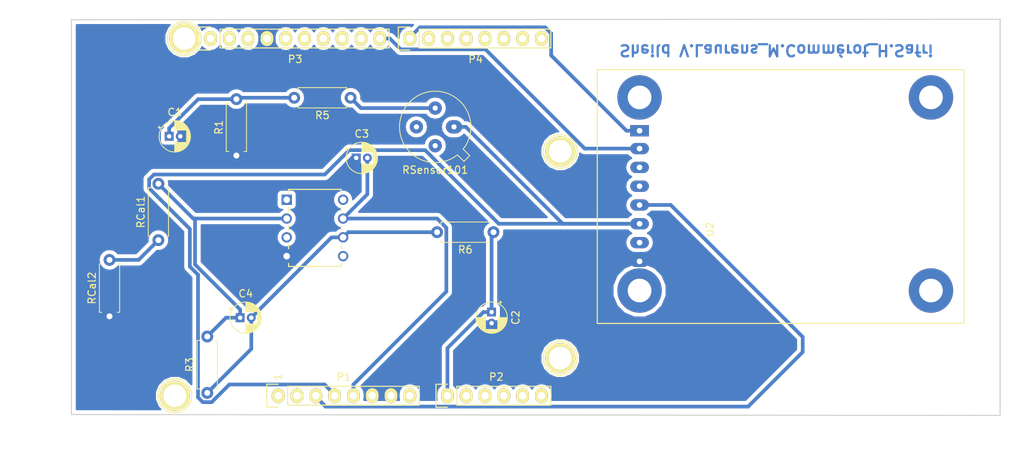
<source format=kicad_pcb>
(kicad_pcb (version 20171130) (host pcbnew 5.0.2-bee76a0~70~ubuntu18.04.1)

  (general
    (thickness 1.6)
    (drawings 23)
    (tracks 80)
    (zones 0)
    (modules 21)
    (nets 46)
  )

  (page A4)
  (title_block
    (title "PCB Gaz Sensor")
    (date "lun. 30 mars 2015")
    (company "INSA Toulouse")
    (comment 1 "Vincent Laurens")
    (comment 2 "Mickaël Commérot")
    (comment 3 "Hamza Safri")
    (comment 4 5ISS)
  )

  (layers
    (0 F.Cu signal)
    (31 B.Cu signal)
    (32 B.Adhes user)
    (33 F.Adhes user)
    (34 B.Paste user)
    (35 F.Paste user)
    (36 B.SilkS user)
    (37 F.SilkS user)
    (38 B.Mask user)
    (39 F.Mask user)
    (40 Dwgs.User user)
    (41 Cmts.User user)
    (42 Eco1.User user)
    (43 Eco2.User user)
    (44 Edge.Cuts user)
    (45 Margin user)
    (46 B.CrtYd user)
    (47 F.CrtYd user)
    (48 B.Fab user)
    (49 F.Fab user)
  )

  (setup
    (last_trace_width 0.25)
    (trace_clearance 0.2)
    (zone_clearance 0.508)
    (zone_45_only no)
    (trace_min 0.2)
    (segment_width 0.15)
    (edge_width 0.15)
    (via_size 0.6)
    (via_drill 0.4)
    (via_min_size 0.4)
    (via_min_drill 0.3)
    (uvia_size 0.3)
    (uvia_drill 0.1)
    (uvias_allowed no)
    (uvia_min_size 0.2)
    (uvia_min_drill 0.1)
    (pcb_text_width 0.3)
    (pcb_text_size 1.5 1.5)
    (mod_edge_width 0.15)
    (mod_text_size 1 1)
    (mod_text_width 0.15)
    (pad_size 1.2 1.2)
    (pad_drill 0.6)
    (pad_to_mask_clearance 0)
    (solder_mask_min_width 0.25)
    (aux_axis_origin 110.998 126.365)
    (grid_origin 110.998 126.365)
    (visible_elements FFFFFF7F)
    (pcbplotparams
      (layerselection 0x00030_80000001)
      (usegerberextensions false)
      (usegerberattributes false)
      (usegerberadvancedattributes false)
      (creategerberjobfile false)
      (excludeedgelayer true)
      (linewidth 0.100000)
      (plotframeref false)
      (viasonmask false)
      (mode 1)
      (useauxorigin false)
      (hpglpennumber 1)
      (hpglpenspeed 20)
      (hpglpendiameter 15.000000)
      (psnegative false)
      (psa4output false)
      (plotreference true)
      (plotvalue true)
      (plotinvisibletext false)
      (padsonsilk false)
      (subtractmaskfromsilk false)
      (outputformat 1)
      (mirror false)
      (drillshape 1)
      (scaleselection 1)
      (outputdirectory ""))
  )

  (net 0 "")
  (net 1 /IOREF)
  (net 2 /Reset)
  (net 3 +5V)
  (net 4 GND)
  (net 5 /Vin)
  (net 6 /A0)
  (net 7 /A1)
  (net 8 /A2)
  (net 9 /A3)
  (net 10 /AREF)
  (net 11 "/A4(SDA)")
  (net 12 "/A5(SCL)")
  (net 13 "/9(**)")
  (net 14 /8)
  (net 15 /7)
  (net 16 "/6(**)")
  (net 17 "/5(**)")
  (net 18 /4)
  (net 19 "/3(**)")
  (net 20 /2)
  (net 21 "/1(Tx)")
  (net 22 "/0(Rx)")
  (net 23 "Net-(P5-Pad1)")
  (net 24 "Net-(P6-Pad1)")
  (net 25 "Net-(P7-Pad1)")
  (net 26 "Net-(P8-Pad1)")
  (net 27 "/13(SCK)")
  (net 28 "/10(**/SS)")
  (net 29 "Net-(P1-Pad1)")
  (net 30 +3V3)
  (net 31 "/12(MISO)")
  (net 32 "/11(**/MOSI)")
  (net 33 "Net-(C1-Pad1)")
  (net 34 "Net-(C4-Pad2)")
  (net 35 "Net-(C4-Pad1)")
  (net 36 "Net-(P2-Pad5)")
  (net 37 "Net-(P2-Pad6)")
  (net 38 "Net-(R5-Pad1)")
  (net 39 "Net-(U1-Pad1)")
  (net 40 "Net-(U1-Pad5)")
  (net 41 "Net-(U1-Pad8)")
  (net 42 "Net-(U2-Pad3)")
  (net 43 "Net-(U2-Pad4)")
  (net 44 "Net-(U2-Pad7)")
  (net 45 "Net-(RCal1-Pad1)")

  (net_class Default "This is the default net class."
    (clearance 0.2)
    (trace_width 0.25)
    (via_dia 0.6)
    (via_drill 0.4)
    (uvia_dia 0.3)
    (uvia_drill 0.1)
    (add_net +3V3)
    (add_net +5V)
    (add_net "/0(Rx)")
    (add_net "/1(Tx)")
    (add_net "/10(**/SS)")
    (add_net "/11(**/MOSI)")
    (add_net "/12(MISO)")
    (add_net "/13(SCK)")
    (add_net /2)
    (add_net "/3(**)")
    (add_net /4)
    (add_net "/5(**)")
    (add_net "/6(**)")
    (add_net /7)
    (add_net /8)
    (add_net "/9(**)")
    (add_net /A0)
    (add_net /A1)
    (add_net /A2)
    (add_net /A3)
    (add_net "/A4(SDA)")
    (add_net "/A5(SCL)")
    (add_net /AREF)
    (add_net /IOREF)
    (add_net /Reset)
    (add_net /Vin)
    (add_net GND)
    (add_net "Net-(C1-Pad1)")
    (add_net "Net-(C4-Pad1)")
    (add_net "Net-(C4-Pad2)")
    (add_net "Net-(P1-Pad1)")
    (add_net "Net-(P2-Pad5)")
    (add_net "Net-(P2-Pad6)")
    (add_net "Net-(P5-Pad1)")
    (add_net "Net-(P6-Pad1)")
    (add_net "Net-(P7-Pad1)")
    (add_net "Net-(P8-Pad1)")
    (add_net "Net-(R5-Pad1)")
    (add_net "Net-(RCal1-Pad1)")
    (add_net "Net-(U1-Pad1)")
    (add_net "Net-(U1-Pad5)")
    (add_net "Net-(U1-Pad8)")
    (add_net "Net-(U2-Pad3)")
    (add_net "Net-(U2-Pad4)")
    (add_net "Net-(U2-Pad7)")
  )

  (module Socket_Arduino_Uno:Socket_Strip_Arduino_1x08 locked (layer F.Cu) (tedit 552168D2) (tstamp 551AF9EA)
    (at 138.938 123.825)
    (descr "Through hole socket strip")
    (tags "socket strip")
    (path /56D70129)
    (fp_text reference P1 (at 8.89 -2.54) (layer F.SilkS)
      (effects (font (size 1 1) (thickness 0.15)))
    )
    (fp_text value Power (at 8.89 -4.064) (layer F.Fab)
      (effects (font (size 1 1) (thickness 0.15)))
    )
    (fp_line (start -1.75 -1.75) (end -1.75 1.75) (layer F.CrtYd) (width 0.05))
    (fp_line (start 19.55 -1.75) (end 19.55 1.75) (layer F.CrtYd) (width 0.05))
    (fp_line (start -1.75 -1.75) (end 19.55 -1.75) (layer F.CrtYd) (width 0.05))
    (fp_line (start -1.75 1.75) (end 19.55 1.75) (layer F.CrtYd) (width 0.05))
    (fp_line (start 1.27 1.27) (end 19.05 1.27) (layer F.SilkS) (width 0.15))
    (fp_line (start 19.05 1.27) (end 19.05 -1.27) (layer F.SilkS) (width 0.15))
    (fp_line (start 19.05 -1.27) (end 1.27 -1.27) (layer F.SilkS) (width 0.15))
    (fp_line (start -1.55 1.55) (end 0 1.55) (layer F.SilkS) (width 0.15))
    (fp_line (start 1.27 1.27) (end 1.27 -1.27) (layer F.SilkS) (width 0.15))
    (fp_line (start 0 -1.55) (end -1.55 -1.55) (layer F.SilkS) (width 0.15))
    (fp_line (start -1.55 -1.55) (end -1.55 1.55) (layer F.SilkS) (width 0.15))
    (pad 1 thru_hole oval (at 0 0) (size 1.7272 2.032) (drill 1.016) (layers *.Cu *.Mask F.SilkS)
      (net 29 "Net-(P1-Pad1)"))
    (pad 2 thru_hole oval (at 2.54 0) (size 1.7272 2.032) (drill 1.016) (layers *.Cu *.Mask F.SilkS)
      (net 1 /IOREF))
    (pad 3 thru_hole oval (at 5.08 0) (size 1.7272 2.032) (drill 1.016) (layers *.Cu *.Mask F.SilkS)
      (net 2 /Reset))
    (pad 4 thru_hole oval (at 7.62 0) (size 1.7272 2.032) (drill 1.016) (layers *.Cu *.Mask F.SilkS)
      (net 30 +3V3))
    (pad 5 thru_hole oval (at 10.16 0) (size 1.7272 2.032) (drill 1.016) (layers *.Cu *.Mask F.SilkS)
      (net 3 +5V))
    (pad 6 thru_hole oval (at 12.7 0) (size 1.7272 2.032) (drill 1.016) (layers *.Cu *.Mask F.SilkS)
      (net 4 GND))
    (pad 7 thru_hole oval (at 15.24 0) (size 1.7272 2.032) (drill 1.016) (layers *.Cu *.Mask F.SilkS)
      (net 4 GND))
    (pad 8 thru_hole oval (at 17.78 0) (size 1.7272 2.032) (drill 1.016) (layers *.Cu *.Mask F.SilkS)
      (net 5 /Vin))
    (model ${KIPRJMOD}/Socket_Arduino_Uno.3dshapes/Socket_header_Arduino_1x08.wrl
      (offset (xyz 8.889999866485596 0 0))
      (scale (xyz 1 1 1))
      (rotate (xyz 0 0 180))
    )
  )

  (module Socket_Arduino_Uno:Socket_Strip_Arduino_1x06 locked (layer F.Cu) (tedit 552168D6) (tstamp 551AF9FF)
    (at 161.798 123.825)
    (descr "Through hole socket strip")
    (tags "socket strip")
    (path /56D70DD8)
    (fp_text reference P2 (at 6.604 -2.54) (layer F.SilkS)
      (effects (font (size 1 1) (thickness 0.15)))
    )
    (fp_text value Analog (at 6.604 -4.064) (layer F.Fab)
      (effects (font (size 1 1) (thickness 0.15)))
    )
    (fp_line (start -1.75 -1.75) (end -1.75 1.75) (layer F.CrtYd) (width 0.05))
    (fp_line (start 14.45 -1.75) (end 14.45 1.75) (layer F.CrtYd) (width 0.05))
    (fp_line (start -1.75 -1.75) (end 14.45 -1.75) (layer F.CrtYd) (width 0.05))
    (fp_line (start -1.75 1.75) (end 14.45 1.75) (layer F.CrtYd) (width 0.05))
    (fp_line (start 1.27 1.27) (end 13.97 1.27) (layer F.SilkS) (width 0.15))
    (fp_line (start 13.97 1.27) (end 13.97 -1.27) (layer F.SilkS) (width 0.15))
    (fp_line (start 13.97 -1.27) (end 1.27 -1.27) (layer F.SilkS) (width 0.15))
    (fp_line (start -1.55 1.55) (end 0 1.55) (layer F.SilkS) (width 0.15))
    (fp_line (start 1.27 1.27) (end 1.27 -1.27) (layer F.SilkS) (width 0.15))
    (fp_line (start 0 -1.55) (end -1.55 -1.55) (layer F.SilkS) (width 0.15))
    (fp_line (start -1.55 -1.55) (end -1.55 1.55) (layer F.SilkS) (width 0.15))
    (pad 1 thru_hole oval (at 0 0) (size 1.7272 2.032) (drill 1.016) (layers *.Cu *.Mask F.SilkS)
      (net 6 /A0))
    (pad 2 thru_hole oval (at 2.54 0) (size 1.7272 2.032) (drill 1.016) (layers *.Cu *.Mask F.SilkS)
      (net 7 /A1))
    (pad 3 thru_hole oval (at 5.08 0) (size 1.7272 2.032) (drill 1.016) (layers *.Cu *.Mask F.SilkS)
      (net 8 /A2))
    (pad 4 thru_hole oval (at 7.62 0) (size 1.7272 2.032) (drill 1.016) (layers *.Cu *.Mask F.SilkS)
      (net 9 /A3))
    (pad 5 thru_hole oval (at 10.16 0) (size 1.7272 2.032) (drill 1.016) (layers *.Cu *.Mask F.SilkS)
      (net 36 "Net-(P2-Pad5)"))
    (pad 6 thru_hole oval (at 12.7 0) (size 1.7272 2.032) (drill 1.016) (layers *.Cu *.Mask F.SilkS)
      (net 37 "Net-(P2-Pad6)"))
    (model ${KIPRJMOD}/Socket_Arduino_Uno.3dshapes/Socket_header_Arduino_1x06.wrl
      (offset (xyz 6.349999904632568 0 0))
      (scale (xyz 1 1 1))
      (rotate (xyz 0 0 180))
    )
  )

  (module Socket_Arduino_Uno:Socket_Strip_Arduino_1x10 locked (layer F.Cu) (tedit 552168BF) (tstamp 551AFA18)
    (at 129.794 75.565)
    (descr "Through hole socket strip")
    (tags "socket strip")
    (path /56D721E0)
    (fp_text reference P3 (at 11.43 2.794) (layer F.SilkS)
      (effects (font (size 1 1) (thickness 0.15)))
    )
    (fp_text value Digital (at 11.43 4.318) (layer F.Fab)
      (effects (font (size 1 1) (thickness 0.15)))
    )
    (fp_line (start -1.75 -1.75) (end -1.75 1.75) (layer F.CrtYd) (width 0.05))
    (fp_line (start 24.65 -1.75) (end 24.65 1.75) (layer F.CrtYd) (width 0.05))
    (fp_line (start -1.75 -1.75) (end 24.65 -1.75) (layer F.CrtYd) (width 0.05))
    (fp_line (start -1.75 1.75) (end 24.65 1.75) (layer F.CrtYd) (width 0.05))
    (fp_line (start 1.27 1.27) (end 24.13 1.27) (layer F.SilkS) (width 0.15))
    (fp_line (start 24.13 1.27) (end 24.13 -1.27) (layer F.SilkS) (width 0.15))
    (fp_line (start 24.13 -1.27) (end 1.27 -1.27) (layer F.SilkS) (width 0.15))
    (fp_line (start -1.55 1.55) (end 0 1.55) (layer F.SilkS) (width 0.15))
    (fp_line (start 1.27 1.27) (end 1.27 -1.27) (layer F.SilkS) (width 0.15))
    (fp_line (start 0 -1.55) (end -1.55 -1.55) (layer F.SilkS) (width 0.15))
    (fp_line (start -1.55 -1.55) (end -1.55 1.55) (layer F.SilkS) (width 0.15))
    (pad 1 thru_hole oval (at 0 0) (size 1.7272 2.032) (drill 1.016) (layers *.Cu *.Mask F.SilkS)
      (net 12 "/A5(SCL)"))
    (pad 2 thru_hole oval (at 2.54 0) (size 1.7272 2.032) (drill 1.016) (layers *.Cu *.Mask F.SilkS)
      (net 11 "/A4(SDA)"))
    (pad 3 thru_hole oval (at 5.08 0) (size 1.7272 2.032) (drill 1.016) (layers *.Cu *.Mask F.SilkS)
      (net 10 /AREF))
    (pad 4 thru_hole oval (at 7.62 0) (size 1.7272 2.032) (drill 1.016) (layers *.Cu *.Mask F.SilkS)
      (net 4 GND))
    (pad 5 thru_hole oval (at 10.16 0) (size 1.7272 2.032) (drill 1.016) (layers *.Cu *.Mask F.SilkS)
      (net 27 "/13(SCK)"))
    (pad 6 thru_hole oval (at 12.7 0) (size 1.7272 2.032) (drill 1.016) (layers *.Cu *.Mask F.SilkS)
      (net 31 "/12(MISO)"))
    (pad 7 thru_hole oval (at 15.24 0) (size 1.7272 2.032) (drill 1.016) (layers *.Cu *.Mask F.SilkS)
      (net 32 "/11(**/MOSI)"))
    (pad 8 thru_hole oval (at 17.78 0) (size 1.7272 2.032) (drill 1.016) (layers *.Cu *.Mask F.SilkS)
      (net 28 "/10(**/SS)"))
    (pad 9 thru_hole oval (at 20.32 0) (size 1.7272 2.032) (drill 1.016) (layers *.Cu *.Mask F.SilkS)
      (net 13 "/9(**)"))
    (pad 10 thru_hole oval (at 22.86 0) (size 1.7272 2.032) (drill 1.016) (layers *.Cu *.Mask F.SilkS)
      (net 14 /8))
    (model ${KIPRJMOD}/Socket_Arduino_Uno.3dshapes/Socket_header_Arduino_1x10.wrl
      (offset (xyz 11.42999982833862 0 0))
      (scale (xyz 1 1 1))
      (rotate (xyz 0 0 180))
    )
  )

  (module Socket_Arduino_Uno:Socket_Strip_Arduino_1x08 locked (layer F.Cu) (tedit 552168C7) (tstamp 551AFA2F)
    (at 156.718 75.565)
    (descr "Through hole socket strip")
    (tags "socket strip")
    (path /56D7164F)
    (fp_text reference P4 (at 8.89 2.794) (layer F.SilkS)
      (effects (font (size 1 1) (thickness 0.15)))
    )
    (fp_text value Digital (at 8.89 4.318) (layer F.Fab)
      (effects (font (size 1 1) (thickness 0.15)))
    )
    (fp_line (start -1.75 -1.75) (end -1.75 1.75) (layer F.CrtYd) (width 0.05))
    (fp_line (start 19.55 -1.75) (end 19.55 1.75) (layer F.CrtYd) (width 0.05))
    (fp_line (start -1.75 -1.75) (end 19.55 -1.75) (layer F.CrtYd) (width 0.05))
    (fp_line (start -1.75 1.75) (end 19.55 1.75) (layer F.CrtYd) (width 0.05))
    (fp_line (start 1.27 1.27) (end 19.05 1.27) (layer F.SilkS) (width 0.15))
    (fp_line (start 19.05 1.27) (end 19.05 -1.27) (layer F.SilkS) (width 0.15))
    (fp_line (start 19.05 -1.27) (end 1.27 -1.27) (layer F.SilkS) (width 0.15))
    (fp_line (start -1.55 1.55) (end 0 1.55) (layer F.SilkS) (width 0.15))
    (fp_line (start 1.27 1.27) (end 1.27 -1.27) (layer F.SilkS) (width 0.15))
    (fp_line (start 0 -1.55) (end -1.55 -1.55) (layer F.SilkS) (width 0.15))
    (fp_line (start -1.55 -1.55) (end -1.55 1.55) (layer F.SilkS) (width 0.15))
    (pad 1 thru_hole oval (at 0 0) (size 1.7272 2.032) (drill 1.016) (layers *.Cu *.Mask F.SilkS)
      (net 15 /7))
    (pad 2 thru_hole oval (at 2.54 0) (size 1.7272 2.032) (drill 1.016) (layers *.Cu *.Mask F.SilkS)
      (net 16 "/6(**)"))
    (pad 3 thru_hole oval (at 5.08 0) (size 1.7272 2.032) (drill 1.016) (layers *.Cu *.Mask F.SilkS)
      (net 17 "/5(**)"))
    (pad 4 thru_hole oval (at 7.62 0) (size 1.7272 2.032) (drill 1.016) (layers *.Cu *.Mask F.SilkS)
      (net 18 /4))
    (pad 5 thru_hole oval (at 10.16 0) (size 1.7272 2.032) (drill 1.016) (layers *.Cu *.Mask F.SilkS)
      (net 19 "/3(**)"))
    (pad 6 thru_hole oval (at 12.7 0) (size 1.7272 2.032) (drill 1.016) (layers *.Cu *.Mask F.SilkS)
      (net 20 /2))
    (pad 7 thru_hole oval (at 15.24 0) (size 1.7272 2.032) (drill 1.016) (layers *.Cu *.Mask F.SilkS)
      (net 21 "/1(Tx)"))
    (pad 8 thru_hole oval (at 17.78 0) (size 1.7272 2.032) (drill 1.016) (layers *.Cu *.Mask F.SilkS)
      (net 22 "/0(Rx)"))
    (model ${KIPRJMOD}/Socket_Arduino_Uno.3dshapes/Socket_header_Arduino_1x08.wrl
      (offset (xyz 8.889999866485596 0 0))
      (scale (xyz 1 1 1))
      (rotate (xyz 0 0 180))
    )
  )

  (module Socket_Arduino_Uno:Arduino_1pin locked (layer F.Cu) (tedit 5524FC39) (tstamp 5524FC3F)
    (at 124.968 123.825)
    (descr "module 1 pin (ou trou mecanique de percage)")
    (tags DEV)
    (path /56D71177)
    (fp_text reference P5 (at 0 -3.048) (layer F.SilkS) hide
      (effects (font (size 1 1) (thickness 0.15)))
    )
    (fp_text value CONN_01X01 (at 0 2.794) (layer F.Fab) hide
      (effects (font (size 1 1) (thickness 0.15)))
    )
    (fp_circle (center 0 0) (end 0 -2.286) (layer F.SilkS) (width 0.15))
    (pad 1 thru_hole circle (at 0 0) (size 4.064 4.064) (drill 3.048) (layers *.Cu *.Mask F.SilkS)
      (net 23 "Net-(P5-Pad1)"))
  )

  (module Socket_Arduino_Uno:Arduino_1pin locked (layer F.Cu) (tedit 5524FC4A) (tstamp 5524FC44)
    (at 177.038 118.745)
    (descr "module 1 pin (ou trou mecanique de percage)")
    (tags DEV)
    (path /56D71274)
    (fp_text reference P6 (at 0 -3.048) (layer F.SilkS) hide
      (effects (font (size 1 1) (thickness 0.15)))
    )
    (fp_text value CONN_01X01 (at 0 2.794) (layer F.Fab) hide
      (effects (font (size 1 1) (thickness 0.15)))
    )
    (fp_circle (center 0 0) (end 0 -2.286) (layer F.SilkS) (width 0.15))
    (pad 1 thru_hole circle (at 0 0) (size 4.064 4.064) (drill 3.048) (layers *.Cu *.Mask F.SilkS)
      (net 24 "Net-(P6-Pad1)"))
  )

  (module Socket_Arduino_Uno:Arduino_1pin locked (layer F.Cu) (tedit 5524FC2F) (tstamp 5524FC49)
    (at 126.238 75.565)
    (descr "module 1 pin (ou trou mecanique de percage)")
    (tags DEV)
    (path /56D712A8)
    (fp_text reference P7 (at 0 -3.048) (layer F.SilkS) hide
      (effects (font (size 1 1) (thickness 0.15)))
    )
    (fp_text value CONN_01X01 (at 0 2.794) (layer F.Fab) hide
      (effects (font (size 1 1) (thickness 0.15)))
    )
    (fp_circle (center 0 0) (end 0 -2.286) (layer F.SilkS) (width 0.15))
    (pad 1 thru_hole circle (at 0 0) (size 4.064 4.064) (drill 3.048) (layers *.Cu *.Mask F.SilkS)
      (net 25 "Net-(P7-Pad1)"))
  )

  (module Socket_Arduino_Uno:Arduino_1pin locked (layer F.Cu) (tedit 5524FC41) (tstamp 5524FC4E)
    (at 177.038 90.805)
    (descr "module 1 pin (ou trou mecanique de percage)")
    (tags DEV)
    (path /56D712DB)
    (fp_text reference P8 (at 0 -3.048) (layer F.SilkS) hide
      (effects (font (size 1 1) (thickness 0.15)))
    )
    (fp_text value CONN_01X01 (at 0 2.794) (layer F.Fab) hide
      (effects (font (size 1 1) (thickness 0.15)))
    )
    (fp_circle (center 0 0) (end 0 -2.286) (layer F.SilkS) (width 0.15))
    (pad 1 thru_hole circle (at 0 0) (size 4.064 4.064) (drill 3.048) (layers *.Cu *.Mask F.SilkS)
      (net 26 "Net-(P8-Pad1)"))
  )

  (module Capacitor_THT:CP_Radial_D4.0mm_P1.50mm (layer F.Cu) (tedit 5AE50EF0) (tstamp 5E783E09)
    (at 124.206 88.773)
    (descr "CP, Radial series, Radial, pin pitch=1.50mm, , diameter=4mm, Electrolytic Capacitor")
    (tags "CP Radial series Radial pin pitch 1.50mm  diameter 4mm Electrolytic Capacitor")
    (path /5DFEEDB2)
    (fp_text reference C1 (at 0.75 -3.25) (layer F.SilkS)
      (effects (font (size 1 1) (thickness 0.15)))
    )
    (fp_text value 100n (at 0.75 3.25) (layer F.Fab)
      (effects (font (size 1 1) (thickness 0.15)))
    )
    (fp_circle (center 0.75 0) (end 2.75 0) (layer F.Fab) (width 0.1))
    (fp_circle (center 0.75 0) (end 2.87 0) (layer F.SilkS) (width 0.12))
    (fp_circle (center 0.75 0) (end 3 0) (layer F.CrtYd) (width 0.05))
    (fp_line (start -0.952554 -0.8675) (end -0.552554 -0.8675) (layer F.Fab) (width 0.1))
    (fp_line (start -0.752554 -1.0675) (end -0.752554 -0.6675) (layer F.Fab) (width 0.1))
    (fp_line (start 0.75 0.84) (end 0.75 2.08) (layer F.SilkS) (width 0.12))
    (fp_line (start 0.75 -2.08) (end 0.75 -0.84) (layer F.SilkS) (width 0.12))
    (fp_line (start 0.79 0.84) (end 0.79 2.08) (layer F.SilkS) (width 0.12))
    (fp_line (start 0.79 -2.08) (end 0.79 -0.84) (layer F.SilkS) (width 0.12))
    (fp_line (start 0.83 0.84) (end 0.83 2.079) (layer F.SilkS) (width 0.12))
    (fp_line (start 0.83 -2.079) (end 0.83 -0.84) (layer F.SilkS) (width 0.12))
    (fp_line (start 0.87 -2.077) (end 0.87 -0.84) (layer F.SilkS) (width 0.12))
    (fp_line (start 0.87 0.84) (end 0.87 2.077) (layer F.SilkS) (width 0.12))
    (fp_line (start 0.91 -2.074) (end 0.91 -0.84) (layer F.SilkS) (width 0.12))
    (fp_line (start 0.91 0.84) (end 0.91 2.074) (layer F.SilkS) (width 0.12))
    (fp_line (start 0.95 -2.071) (end 0.95 -0.84) (layer F.SilkS) (width 0.12))
    (fp_line (start 0.95 0.84) (end 0.95 2.071) (layer F.SilkS) (width 0.12))
    (fp_line (start 0.99 -2.067) (end 0.99 -0.84) (layer F.SilkS) (width 0.12))
    (fp_line (start 0.99 0.84) (end 0.99 2.067) (layer F.SilkS) (width 0.12))
    (fp_line (start 1.03 -2.062) (end 1.03 -0.84) (layer F.SilkS) (width 0.12))
    (fp_line (start 1.03 0.84) (end 1.03 2.062) (layer F.SilkS) (width 0.12))
    (fp_line (start 1.07 -2.056) (end 1.07 -0.84) (layer F.SilkS) (width 0.12))
    (fp_line (start 1.07 0.84) (end 1.07 2.056) (layer F.SilkS) (width 0.12))
    (fp_line (start 1.11 -2.05) (end 1.11 -0.84) (layer F.SilkS) (width 0.12))
    (fp_line (start 1.11 0.84) (end 1.11 2.05) (layer F.SilkS) (width 0.12))
    (fp_line (start 1.15 -2.042) (end 1.15 -0.84) (layer F.SilkS) (width 0.12))
    (fp_line (start 1.15 0.84) (end 1.15 2.042) (layer F.SilkS) (width 0.12))
    (fp_line (start 1.19 -2.034) (end 1.19 -0.84) (layer F.SilkS) (width 0.12))
    (fp_line (start 1.19 0.84) (end 1.19 2.034) (layer F.SilkS) (width 0.12))
    (fp_line (start 1.23 -2.025) (end 1.23 -0.84) (layer F.SilkS) (width 0.12))
    (fp_line (start 1.23 0.84) (end 1.23 2.025) (layer F.SilkS) (width 0.12))
    (fp_line (start 1.27 -2.016) (end 1.27 -0.84) (layer F.SilkS) (width 0.12))
    (fp_line (start 1.27 0.84) (end 1.27 2.016) (layer F.SilkS) (width 0.12))
    (fp_line (start 1.31 -2.005) (end 1.31 -0.84) (layer F.SilkS) (width 0.12))
    (fp_line (start 1.31 0.84) (end 1.31 2.005) (layer F.SilkS) (width 0.12))
    (fp_line (start 1.35 -1.994) (end 1.35 -0.84) (layer F.SilkS) (width 0.12))
    (fp_line (start 1.35 0.84) (end 1.35 1.994) (layer F.SilkS) (width 0.12))
    (fp_line (start 1.39 -1.982) (end 1.39 -0.84) (layer F.SilkS) (width 0.12))
    (fp_line (start 1.39 0.84) (end 1.39 1.982) (layer F.SilkS) (width 0.12))
    (fp_line (start 1.43 -1.968) (end 1.43 -0.84) (layer F.SilkS) (width 0.12))
    (fp_line (start 1.43 0.84) (end 1.43 1.968) (layer F.SilkS) (width 0.12))
    (fp_line (start 1.471 -1.954) (end 1.471 -0.84) (layer F.SilkS) (width 0.12))
    (fp_line (start 1.471 0.84) (end 1.471 1.954) (layer F.SilkS) (width 0.12))
    (fp_line (start 1.511 -1.94) (end 1.511 -0.84) (layer F.SilkS) (width 0.12))
    (fp_line (start 1.511 0.84) (end 1.511 1.94) (layer F.SilkS) (width 0.12))
    (fp_line (start 1.551 -1.924) (end 1.551 -0.84) (layer F.SilkS) (width 0.12))
    (fp_line (start 1.551 0.84) (end 1.551 1.924) (layer F.SilkS) (width 0.12))
    (fp_line (start 1.591 -1.907) (end 1.591 -0.84) (layer F.SilkS) (width 0.12))
    (fp_line (start 1.591 0.84) (end 1.591 1.907) (layer F.SilkS) (width 0.12))
    (fp_line (start 1.631 -1.889) (end 1.631 -0.84) (layer F.SilkS) (width 0.12))
    (fp_line (start 1.631 0.84) (end 1.631 1.889) (layer F.SilkS) (width 0.12))
    (fp_line (start 1.671 -1.87) (end 1.671 -0.84) (layer F.SilkS) (width 0.12))
    (fp_line (start 1.671 0.84) (end 1.671 1.87) (layer F.SilkS) (width 0.12))
    (fp_line (start 1.711 -1.851) (end 1.711 -0.84) (layer F.SilkS) (width 0.12))
    (fp_line (start 1.711 0.84) (end 1.711 1.851) (layer F.SilkS) (width 0.12))
    (fp_line (start 1.751 -1.83) (end 1.751 -0.84) (layer F.SilkS) (width 0.12))
    (fp_line (start 1.751 0.84) (end 1.751 1.83) (layer F.SilkS) (width 0.12))
    (fp_line (start 1.791 -1.808) (end 1.791 -0.84) (layer F.SilkS) (width 0.12))
    (fp_line (start 1.791 0.84) (end 1.791 1.808) (layer F.SilkS) (width 0.12))
    (fp_line (start 1.831 -1.785) (end 1.831 -0.84) (layer F.SilkS) (width 0.12))
    (fp_line (start 1.831 0.84) (end 1.831 1.785) (layer F.SilkS) (width 0.12))
    (fp_line (start 1.871 -1.76) (end 1.871 -0.84) (layer F.SilkS) (width 0.12))
    (fp_line (start 1.871 0.84) (end 1.871 1.76) (layer F.SilkS) (width 0.12))
    (fp_line (start 1.911 -1.735) (end 1.911 -0.84) (layer F.SilkS) (width 0.12))
    (fp_line (start 1.911 0.84) (end 1.911 1.735) (layer F.SilkS) (width 0.12))
    (fp_line (start 1.951 -1.708) (end 1.951 -0.84) (layer F.SilkS) (width 0.12))
    (fp_line (start 1.951 0.84) (end 1.951 1.708) (layer F.SilkS) (width 0.12))
    (fp_line (start 1.991 -1.68) (end 1.991 -0.84) (layer F.SilkS) (width 0.12))
    (fp_line (start 1.991 0.84) (end 1.991 1.68) (layer F.SilkS) (width 0.12))
    (fp_line (start 2.031 -1.65) (end 2.031 -0.84) (layer F.SilkS) (width 0.12))
    (fp_line (start 2.031 0.84) (end 2.031 1.65) (layer F.SilkS) (width 0.12))
    (fp_line (start 2.071 -1.619) (end 2.071 -0.84) (layer F.SilkS) (width 0.12))
    (fp_line (start 2.071 0.84) (end 2.071 1.619) (layer F.SilkS) (width 0.12))
    (fp_line (start 2.111 -1.587) (end 2.111 -0.84) (layer F.SilkS) (width 0.12))
    (fp_line (start 2.111 0.84) (end 2.111 1.587) (layer F.SilkS) (width 0.12))
    (fp_line (start 2.151 -1.552) (end 2.151 -0.84) (layer F.SilkS) (width 0.12))
    (fp_line (start 2.151 0.84) (end 2.151 1.552) (layer F.SilkS) (width 0.12))
    (fp_line (start 2.191 -1.516) (end 2.191 -0.84) (layer F.SilkS) (width 0.12))
    (fp_line (start 2.191 0.84) (end 2.191 1.516) (layer F.SilkS) (width 0.12))
    (fp_line (start 2.231 -1.478) (end 2.231 -0.84) (layer F.SilkS) (width 0.12))
    (fp_line (start 2.231 0.84) (end 2.231 1.478) (layer F.SilkS) (width 0.12))
    (fp_line (start 2.271 -1.438) (end 2.271 -0.84) (layer F.SilkS) (width 0.12))
    (fp_line (start 2.271 0.84) (end 2.271 1.438) (layer F.SilkS) (width 0.12))
    (fp_line (start 2.311 -1.396) (end 2.311 -0.84) (layer F.SilkS) (width 0.12))
    (fp_line (start 2.311 0.84) (end 2.311 1.396) (layer F.SilkS) (width 0.12))
    (fp_line (start 2.351 -1.351) (end 2.351 1.351) (layer F.SilkS) (width 0.12))
    (fp_line (start 2.391 -1.304) (end 2.391 1.304) (layer F.SilkS) (width 0.12))
    (fp_line (start 2.431 -1.254) (end 2.431 1.254) (layer F.SilkS) (width 0.12))
    (fp_line (start 2.471 -1.2) (end 2.471 1.2) (layer F.SilkS) (width 0.12))
    (fp_line (start 2.511 -1.142) (end 2.511 1.142) (layer F.SilkS) (width 0.12))
    (fp_line (start 2.551 -1.08) (end 2.551 1.08) (layer F.SilkS) (width 0.12))
    (fp_line (start 2.591 -1.013) (end 2.591 1.013) (layer F.SilkS) (width 0.12))
    (fp_line (start 2.631 -0.94) (end 2.631 0.94) (layer F.SilkS) (width 0.12))
    (fp_line (start 2.671 -0.859) (end 2.671 0.859) (layer F.SilkS) (width 0.12))
    (fp_line (start 2.711 -0.768) (end 2.711 0.768) (layer F.SilkS) (width 0.12))
    (fp_line (start 2.751 -0.664) (end 2.751 0.664) (layer F.SilkS) (width 0.12))
    (fp_line (start 2.791 -0.537) (end 2.791 0.537) (layer F.SilkS) (width 0.12))
    (fp_line (start 2.831 -0.37) (end 2.831 0.37) (layer F.SilkS) (width 0.12))
    (fp_line (start -1.519801 -1.195) (end -1.119801 -1.195) (layer F.SilkS) (width 0.12))
    (fp_line (start -1.319801 -1.395) (end -1.319801 -0.995) (layer F.SilkS) (width 0.12))
    (fp_text user %R (at 0.75 0) (layer F.Fab)
      (effects (font (size 0.8 0.8) (thickness 0.12)))
    )
    (pad 1 thru_hole rect (at 0 0) (size 1.2 1.2) (drill 0.6) (layers *.Cu *.Mask)
      (net 33 "Net-(C1-Pad1)"))
    (pad 2 thru_hole circle (at 1.5 0) (size 1.2 1.2) (drill 0.6) (layers *.Cu *.Mask)
      (net 4 GND))
    (model ${KISYS3DMOD}/Capacitor_THT.3dshapes/CP_Radial_D4.0mm_P1.50mm.wrl
      (at (xyz 0 0 0))
      (scale (xyz 1 1 1))
      (rotate (xyz 0 0 0))
    )
  )

  (module Capacitor_THT:CP_Radial_D4.0mm_P1.50mm (layer F.Cu) (tedit 5AE50EF0) (tstamp 5E783E74)
    (at 167.767 112.522 270)
    (descr "CP, Radial series, Radial, pin pitch=1.50mm, , diameter=4mm, Electrolytic Capacitor")
    (tags "CP Radial series Radial pin pitch 1.50mm  diameter 4mm Electrolytic Capacitor")
    (path /5DFEA6F0)
    (fp_text reference C2 (at 0.75 -3.25 270) (layer F.SilkS)
      (effects (font (size 1 1) (thickness 0.15)))
    )
    (fp_text value 100n (at 0.75 3.25 270) (layer F.Fab)
      (effects (font (size 1 1) (thickness 0.15)))
    )
    (fp_text user %R (at 0.75 0 270) (layer F.Fab)
      (effects (font (size 0.8 0.8) (thickness 0.12)))
    )
    (fp_line (start -1.319801 -1.395) (end -1.319801 -0.995) (layer F.SilkS) (width 0.12))
    (fp_line (start -1.519801 -1.195) (end -1.119801 -1.195) (layer F.SilkS) (width 0.12))
    (fp_line (start 2.831 -0.37) (end 2.831 0.37) (layer F.SilkS) (width 0.12))
    (fp_line (start 2.791 -0.537) (end 2.791 0.537) (layer F.SilkS) (width 0.12))
    (fp_line (start 2.751 -0.664) (end 2.751 0.664) (layer F.SilkS) (width 0.12))
    (fp_line (start 2.711 -0.768) (end 2.711 0.768) (layer F.SilkS) (width 0.12))
    (fp_line (start 2.671 -0.859) (end 2.671 0.859) (layer F.SilkS) (width 0.12))
    (fp_line (start 2.631 -0.94) (end 2.631 0.94) (layer F.SilkS) (width 0.12))
    (fp_line (start 2.591 -1.013) (end 2.591 1.013) (layer F.SilkS) (width 0.12))
    (fp_line (start 2.551 -1.08) (end 2.551 1.08) (layer F.SilkS) (width 0.12))
    (fp_line (start 2.511 -1.142) (end 2.511 1.142) (layer F.SilkS) (width 0.12))
    (fp_line (start 2.471 -1.2) (end 2.471 1.2) (layer F.SilkS) (width 0.12))
    (fp_line (start 2.431 -1.254) (end 2.431 1.254) (layer F.SilkS) (width 0.12))
    (fp_line (start 2.391 -1.304) (end 2.391 1.304) (layer F.SilkS) (width 0.12))
    (fp_line (start 2.351 -1.351) (end 2.351 1.351) (layer F.SilkS) (width 0.12))
    (fp_line (start 2.311 0.84) (end 2.311 1.396) (layer F.SilkS) (width 0.12))
    (fp_line (start 2.311 -1.396) (end 2.311 -0.84) (layer F.SilkS) (width 0.12))
    (fp_line (start 2.271 0.84) (end 2.271 1.438) (layer F.SilkS) (width 0.12))
    (fp_line (start 2.271 -1.438) (end 2.271 -0.84) (layer F.SilkS) (width 0.12))
    (fp_line (start 2.231 0.84) (end 2.231 1.478) (layer F.SilkS) (width 0.12))
    (fp_line (start 2.231 -1.478) (end 2.231 -0.84) (layer F.SilkS) (width 0.12))
    (fp_line (start 2.191 0.84) (end 2.191 1.516) (layer F.SilkS) (width 0.12))
    (fp_line (start 2.191 -1.516) (end 2.191 -0.84) (layer F.SilkS) (width 0.12))
    (fp_line (start 2.151 0.84) (end 2.151 1.552) (layer F.SilkS) (width 0.12))
    (fp_line (start 2.151 -1.552) (end 2.151 -0.84) (layer F.SilkS) (width 0.12))
    (fp_line (start 2.111 0.84) (end 2.111 1.587) (layer F.SilkS) (width 0.12))
    (fp_line (start 2.111 -1.587) (end 2.111 -0.84) (layer F.SilkS) (width 0.12))
    (fp_line (start 2.071 0.84) (end 2.071 1.619) (layer F.SilkS) (width 0.12))
    (fp_line (start 2.071 -1.619) (end 2.071 -0.84) (layer F.SilkS) (width 0.12))
    (fp_line (start 2.031 0.84) (end 2.031 1.65) (layer F.SilkS) (width 0.12))
    (fp_line (start 2.031 -1.65) (end 2.031 -0.84) (layer F.SilkS) (width 0.12))
    (fp_line (start 1.991 0.84) (end 1.991 1.68) (layer F.SilkS) (width 0.12))
    (fp_line (start 1.991 -1.68) (end 1.991 -0.84) (layer F.SilkS) (width 0.12))
    (fp_line (start 1.951 0.84) (end 1.951 1.708) (layer F.SilkS) (width 0.12))
    (fp_line (start 1.951 -1.708) (end 1.951 -0.84) (layer F.SilkS) (width 0.12))
    (fp_line (start 1.911 0.84) (end 1.911 1.735) (layer F.SilkS) (width 0.12))
    (fp_line (start 1.911 -1.735) (end 1.911 -0.84) (layer F.SilkS) (width 0.12))
    (fp_line (start 1.871 0.84) (end 1.871 1.76) (layer F.SilkS) (width 0.12))
    (fp_line (start 1.871 -1.76) (end 1.871 -0.84) (layer F.SilkS) (width 0.12))
    (fp_line (start 1.831 0.84) (end 1.831 1.785) (layer F.SilkS) (width 0.12))
    (fp_line (start 1.831 -1.785) (end 1.831 -0.84) (layer F.SilkS) (width 0.12))
    (fp_line (start 1.791 0.84) (end 1.791 1.808) (layer F.SilkS) (width 0.12))
    (fp_line (start 1.791 -1.808) (end 1.791 -0.84) (layer F.SilkS) (width 0.12))
    (fp_line (start 1.751 0.84) (end 1.751 1.83) (layer F.SilkS) (width 0.12))
    (fp_line (start 1.751 -1.83) (end 1.751 -0.84) (layer F.SilkS) (width 0.12))
    (fp_line (start 1.711 0.84) (end 1.711 1.851) (layer F.SilkS) (width 0.12))
    (fp_line (start 1.711 -1.851) (end 1.711 -0.84) (layer F.SilkS) (width 0.12))
    (fp_line (start 1.671 0.84) (end 1.671 1.87) (layer F.SilkS) (width 0.12))
    (fp_line (start 1.671 -1.87) (end 1.671 -0.84) (layer F.SilkS) (width 0.12))
    (fp_line (start 1.631 0.84) (end 1.631 1.889) (layer F.SilkS) (width 0.12))
    (fp_line (start 1.631 -1.889) (end 1.631 -0.84) (layer F.SilkS) (width 0.12))
    (fp_line (start 1.591 0.84) (end 1.591 1.907) (layer F.SilkS) (width 0.12))
    (fp_line (start 1.591 -1.907) (end 1.591 -0.84) (layer F.SilkS) (width 0.12))
    (fp_line (start 1.551 0.84) (end 1.551 1.924) (layer F.SilkS) (width 0.12))
    (fp_line (start 1.551 -1.924) (end 1.551 -0.84) (layer F.SilkS) (width 0.12))
    (fp_line (start 1.511 0.84) (end 1.511 1.94) (layer F.SilkS) (width 0.12))
    (fp_line (start 1.511 -1.94) (end 1.511 -0.84) (layer F.SilkS) (width 0.12))
    (fp_line (start 1.471 0.84) (end 1.471 1.954) (layer F.SilkS) (width 0.12))
    (fp_line (start 1.471 -1.954) (end 1.471 -0.84) (layer F.SilkS) (width 0.12))
    (fp_line (start 1.43 0.84) (end 1.43 1.968) (layer F.SilkS) (width 0.12))
    (fp_line (start 1.43 -1.968) (end 1.43 -0.84) (layer F.SilkS) (width 0.12))
    (fp_line (start 1.39 0.84) (end 1.39 1.982) (layer F.SilkS) (width 0.12))
    (fp_line (start 1.39 -1.982) (end 1.39 -0.84) (layer F.SilkS) (width 0.12))
    (fp_line (start 1.35 0.84) (end 1.35 1.994) (layer F.SilkS) (width 0.12))
    (fp_line (start 1.35 -1.994) (end 1.35 -0.84) (layer F.SilkS) (width 0.12))
    (fp_line (start 1.31 0.84) (end 1.31 2.005) (layer F.SilkS) (width 0.12))
    (fp_line (start 1.31 -2.005) (end 1.31 -0.84) (layer F.SilkS) (width 0.12))
    (fp_line (start 1.27 0.84) (end 1.27 2.016) (layer F.SilkS) (width 0.12))
    (fp_line (start 1.27 -2.016) (end 1.27 -0.84) (layer F.SilkS) (width 0.12))
    (fp_line (start 1.23 0.84) (end 1.23 2.025) (layer F.SilkS) (width 0.12))
    (fp_line (start 1.23 -2.025) (end 1.23 -0.84) (layer F.SilkS) (width 0.12))
    (fp_line (start 1.19 0.84) (end 1.19 2.034) (layer F.SilkS) (width 0.12))
    (fp_line (start 1.19 -2.034) (end 1.19 -0.84) (layer F.SilkS) (width 0.12))
    (fp_line (start 1.15 0.84) (end 1.15 2.042) (layer F.SilkS) (width 0.12))
    (fp_line (start 1.15 -2.042) (end 1.15 -0.84) (layer F.SilkS) (width 0.12))
    (fp_line (start 1.11 0.84) (end 1.11 2.05) (layer F.SilkS) (width 0.12))
    (fp_line (start 1.11 -2.05) (end 1.11 -0.84) (layer F.SilkS) (width 0.12))
    (fp_line (start 1.07 0.84) (end 1.07 2.056) (layer F.SilkS) (width 0.12))
    (fp_line (start 1.07 -2.056) (end 1.07 -0.84) (layer F.SilkS) (width 0.12))
    (fp_line (start 1.03 0.84) (end 1.03 2.062) (layer F.SilkS) (width 0.12))
    (fp_line (start 1.03 -2.062) (end 1.03 -0.84) (layer F.SilkS) (width 0.12))
    (fp_line (start 0.99 0.84) (end 0.99 2.067) (layer F.SilkS) (width 0.12))
    (fp_line (start 0.99 -2.067) (end 0.99 -0.84) (layer F.SilkS) (width 0.12))
    (fp_line (start 0.95 0.84) (end 0.95 2.071) (layer F.SilkS) (width 0.12))
    (fp_line (start 0.95 -2.071) (end 0.95 -0.84) (layer F.SilkS) (width 0.12))
    (fp_line (start 0.91 0.84) (end 0.91 2.074) (layer F.SilkS) (width 0.12))
    (fp_line (start 0.91 -2.074) (end 0.91 -0.84) (layer F.SilkS) (width 0.12))
    (fp_line (start 0.87 0.84) (end 0.87 2.077) (layer F.SilkS) (width 0.12))
    (fp_line (start 0.87 -2.077) (end 0.87 -0.84) (layer F.SilkS) (width 0.12))
    (fp_line (start 0.83 -2.079) (end 0.83 -0.84) (layer F.SilkS) (width 0.12))
    (fp_line (start 0.83 0.84) (end 0.83 2.079) (layer F.SilkS) (width 0.12))
    (fp_line (start 0.79 -2.08) (end 0.79 -0.84) (layer F.SilkS) (width 0.12))
    (fp_line (start 0.79 0.84) (end 0.79 2.08) (layer F.SilkS) (width 0.12))
    (fp_line (start 0.75 -2.08) (end 0.75 -0.84) (layer F.SilkS) (width 0.12))
    (fp_line (start 0.75 0.84) (end 0.75 2.08) (layer F.SilkS) (width 0.12))
    (fp_line (start -0.752554 -1.0675) (end -0.752554 -0.6675) (layer F.Fab) (width 0.1))
    (fp_line (start -0.952554 -0.8675) (end -0.552554 -0.8675) (layer F.Fab) (width 0.1))
    (fp_circle (center 0.75 0) (end 3 0) (layer F.CrtYd) (width 0.05))
    (fp_circle (center 0.75 0) (end 2.87 0) (layer F.SilkS) (width 0.12))
    (fp_circle (center 0.75 0) (end 2.75 0) (layer F.Fab) (width 0.1))
    (pad 2 thru_hole circle (at 1.5 0 270) (size 1.2 1.2) (drill 0.6) (layers *.Cu *.Mask)
      (net 4 GND))
    (pad 1 thru_hole rect (at 0 0 270) (size 1.2 1.2) (drill 0.6) (layers *.Cu *.Mask)
      (net 6 /A0))
    (model ${KISYS3DMOD}/Capacitor_THT.3dshapes/CP_Radial_D4.0mm_P1.50mm.wrl
      (at (xyz 0 0 0))
      (scale (xyz 1 1 1))
      (rotate (xyz 0 0 0))
    )
  )

  (module Capacitor_THT:CP_Radial_D4.0mm_P1.50mm (layer F.Cu) (tedit 5AE50EF0) (tstamp 5E783EDF)
    (at 133.7945 113.284)
    (descr "CP, Radial series, Radial, pin pitch=1.50mm, , diameter=4mm, Electrolytic Capacitor")
    (tags "CP Radial series Radial pin pitch 1.50mm  diameter 4mm Electrolytic Capacitor")
    (path /5DFEEB29)
    (fp_text reference C4 (at 0.75 -3.25) (layer F.SilkS)
      (effects (font (size 1 1) (thickness 0.15)))
    )
    (fp_text value 1u (at 0.75 3.25) (layer F.Fab)
      (effects (font (size 1 1) (thickness 0.15)))
    )
    (fp_text user %R (at 0.75 0) (layer F.Fab)
      (effects (font (size 0.8 0.8) (thickness 0.12)))
    )
    (fp_line (start -1.319801 -1.395) (end -1.319801 -0.995) (layer F.SilkS) (width 0.12))
    (fp_line (start -1.519801 -1.195) (end -1.119801 -1.195) (layer F.SilkS) (width 0.12))
    (fp_line (start 2.831 -0.37) (end 2.831 0.37) (layer F.SilkS) (width 0.12))
    (fp_line (start 2.791 -0.537) (end 2.791 0.537) (layer F.SilkS) (width 0.12))
    (fp_line (start 2.751 -0.664) (end 2.751 0.664) (layer F.SilkS) (width 0.12))
    (fp_line (start 2.711 -0.768) (end 2.711 0.768) (layer F.SilkS) (width 0.12))
    (fp_line (start 2.671 -0.859) (end 2.671 0.859) (layer F.SilkS) (width 0.12))
    (fp_line (start 2.631 -0.94) (end 2.631 0.94) (layer F.SilkS) (width 0.12))
    (fp_line (start 2.591 -1.013) (end 2.591 1.013) (layer F.SilkS) (width 0.12))
    (fp_line (start 2.551 -1.08) (end 2.551 1.08) (layer F.SilkS) (width 0.12))
    (fp_line (start 2.511 -1.142) (end 2.511 1.142) (layer F.SilkS) (width 0.12))
    (fp_line (start 2.471 -1.2) (end 2.471 1.2) (layer F.SilkS) (width 0.12))
    (fp_line (start 2.431 -1.254) (end 2.431 1.254) (layer F.SilkS) (width 0.12))
    (fp_line (start 2.391 -1.304) (end 2.391 1.304) (layer F.SilkS) (width 0.12))
    (fp_line (start 2.351 -1.351) (end 2.351 1.351) (layer F.SilkS) (width 0.12))
    (fp_line (start 2.311 0.84) (end 2.311 1.396) (layer F.SilkS) (width 0.12))
    (fp_line (start 2.311 -1.396) (end 2.311 -0.84) (layer F.SilkS) (width 0.12))
    (fp_line (start 2.271 0.84) (end 2.271 1.438) (layer F.SilkS) (width 0.12))
    (fp_line (start 2.271 -1.438) (end 2.271 -0.84) (layer F.SilkS) (width 0.12))
    (fp_line (start 2.231 0.84) (end 2.231 1.478) (layer F.SilkS) (width 0.12))
    (fp_line (start 2.231 -1.478) (end 2.231 -0.84) (layer F.SilkS) (width 0.12))
    (fp_line (start 2.191 0.84) (end 2.191 1.516) (layer F.SilkS) (width 0.12))
    (fp_line (start 2.191 -1.516) (end 2.191 -0.84) (layer F.SilkS) (width 0.12))
    (fp_line (start 2.151 0.84) (end 2.151 1.552) (layer F.SilkS) (width 0.12))
    (fp_line (start 2.151 -1.552) (end 2.151 -0.84) (layer F.SilkS) (width 0.12))
    (fp_line (start 2.111 0.84) (end 2.111 1.587) (layer F.SilkS) (width 0.12))
    (fp_line (start 2.111 -1.587) (end 2.111 -0.84) (layer F.SilkS) (width 0.12))
    (fp_line (start 2.071 0.84) (end 2.071 1.619) (layer F.SilkS) (width 0.12))
    (fp_line (start 2.071 -1.619) (end 2.071 -0.84) (layer F.SilkS) (width 0.12))
    (fp_line (start 2.031 0.84) (end 2.031 1.65) (layer F.SilkS) (width 0.12))
    (fp_line (start 2.031 -1.65) (end 2.031 -0.84) (layer F.SilkS) (width 0.12))
    (fp_line (start 1.991 0.84) (end 1.991 1.68) (layer F.SilkS) (width 0.12))
    (fp_line (start 1.991 -1.68) (end 1.991 -0.84) (layer F.SilkS) (width 0.12))
    (fp_line (start 1.951 0.84) (end 1.951 1.708) (layer F.SilkS) (width 0.12))
    (fp_line (start 1.951 -1.708) (end 1.951 -0.84) (layer F.SilkS) (width 0.12))
    (fp_line (start 1.911 0.84) (end 1.911 1.735) (layer F.SilkS) (width 0.12))
    (fp_line (start 1.911 -1.735) (end 1.911 -0.84) (layer F.SilkS) (width 0.12))
    (fp_line (start 1.871 0.84) (end 1.871 1.76) (layer F.SilkS) (width 0.12))
    (fp_line (start 1.871 -1.76) (end 1.871 -0.84) (layer F.SilkS) (width 0.12))
    (fp_line (start 1.831 0.84) (end 1.831 1.785) (layer F.SilkS) (width 0.12))
    (fp_line (start 1.831 -1.785) (end 1.831 -0.84) (layer F.SilkS) (width 0.12))
    (fp_line (start 1.791 0.84) (end 1.791 1.808) (layer F.SilkS) (width 0.12))
    (fp_line (start 1.791 -1.808) (end 1.791 -0.84) (layer F.SilkS) (width 0.12))
    (fp_line (start 1.751 0.84) (end 1.751 1.83) (layer F.SilkS) (width 0.12))
    (fp_line (start 1.751 -1.83) (end 1.751 -0.84) (layer F.SilkS) (width 0.12))
    (fp_line (start 1.711 0.84) (end 1.711 1.851) (layer F.SilkS) (width 0.12))
    (fp_line (start 1.711 -1.851) (end 1.711 -0.84) (layer F.SilkS) (width 0.12))
    (fp_line (start 1.671 0.84) (end 1.671 1.87) (layer F.SilkS) (width 0.12))
    (fp_line (start 1.671 -1.87) (end 1.671 -0.84) (layer F.SilkS) (width 0.12))
    (fp_line (start 1.631 0.84) (end 1.631 1.889) (layer F.SilkS) (width 0.12))
    (fp_line (start 1.631 -1.889) (end 1.631 -0.84) (layer F.SilkS) (width 0.12))
    (fp_line (start 1.591 0.84) (end 1.591 1.907) (layer F.SilkS) (width 0.12))
    (fp_line (start 1.591 -1.907) (end 1.591 -0.84) (layer F.SilkS) (width 0.12))
    (fp_line (start 1.551 0.84) (end 1.551 1.924) (layer F.SilkS) (width 0.12))
    (fp_line (start 1.551 -1.924) (end 1.551 -0.84) (layer F.SilkS) (width 0.12))
    (fp_line (start 1.511 0.84) (end 1.511 1.94) (layer F.SilkS) (width 0.12))
    (fp_line (start 1.511 -1.94) (end 1.511 -0.84) (layer F.SilkS) (width 0.12))
    (fp_line (start 1.471 0.84) (end 1.471 1.954) (layer F.SilkS) (width 0.12))
    (fp_line (start 1.471 -1.954) (end 1.471 -0.84) (layer F.SilkS) (width 0.12))
    (fp_line (start 1.43 0.84) (end 1.43 1.968) (layer F.SilkS) (width 0.12))
    (fp_line (start 1.43 -1.968) (end 1.43 -0.84) (layer F.SilkS) (width 0.12))
    (fp_line (start 1.39 0.84) (end 1.39 1.982) (layer F.SilkS) (width 0.12))
    (fp_line (start 1.39 -1.982) (end 1.39 -0.84) (layer F.SilkS) (width 0.12))
    (fp_line (start 1.35 0.84) (end 1.35 1.994) (layer F.SilkS) (width 0.12))
    (fp_line (start 1.35 -1.994) (end 1.35 -0.84) (layer F.SilkS) (width 0.12))
    (fp_line (start 1.31 0.84) (end 1.31 2.005) (layer F.SilkS) (width 0.12))
    (fp_line (start 1.31 -2.005) (end 1.31 -0.84) (layer F.SilkS) (width 0.12))
    (fp_line (start 1.27 0.84) (end 1.27 2.016) (layer F.SilkS) (width 0.12))
    (fp_line (start 1.27 -2.016) (end 1.27 -0.84) (layer F.SilkS) (width 0.12))
    (fp_line (start 1.23 0.84) (end 1.23 2.025) (layer F.SilkS) (width 0.12))
    (fp_line (start 1.23 -2.025) (end 1.23 -0.84) (layer F.SilkS) (width 0.12))
    (fp_line (start 1.19 0.84) (end 1.19 2.034) (layer F.SilkS) (width 0.12))
    (fp_line (start 1.19 -2.034) (end 1.19 -0.84) (layer F.SilkS) (width 0.12))
    (fp_line (start 1.15 0.84) (end 1.15 2.042) (layer F.SilkS) (width 0.12))
    (fp_line (start 1.15 -2.042) (end 1.15 -0.84) (layer F.SilkS) (width 0.12))
    (fp_line (start 1.11 0.84) (end 1.11 2.05) (layer F.SilkS) (width 0.12))
    (fp_line (start 1.11 -2.05) (end 1.11 -0.84) (layer F.SilkS) (width 0.12))
    (fp_line (start 1.07 0.84) (end 1.07 2.056) (layer F.SilkS) (width 0.12))
    (fp_line (start 1.07 -2.056) (end 1.07 -0.84) (layer F.SilkS) (width 0.12))
    (fp_line (start 1.03 0.84) (end 1.03 2.062) (layer F.SilkS) (width 0.12))
    (fp_line (start 1.03 -2.062) (end 1.03 -0.84) (layer F.SilkS) (width 0.12))
    (fp_line (start 0.99 0.84) (end 0.99 2.067) (layer F.SilkS) (width 0.12))
    (fp_line (start 0.99 -2.067) (end 0.99 -0.84) (layer F.SilkS) (width 0.12))
    (fp_line (start 0.95 0.84) (end 0.95 2.071) (layer F.SilkS) (width 0.12))
    (fp_line (start 0.95 -2.071) (end 0.95 -0.84) (layer F.SilkS) (width 0.12))
    (fp_line (start 0.91 0.84) (end 0.91 2.074) (layer F.SilkS) (width 0.12))
    (fp_line (start 0.91 -2.074) (end 0.91 -0.84) (layer F.SilkS) (width 0.12))
    (fp_line (start 0.87 0.84) (end 0.87 2.077) (layer F.SilkS) (width 0.12))
    (fp_line (start 0.87 -2.077) (end 0.87 -0.84) (layer F.SilkS) (width 0.12))
    (fp_line (start 0.83 -2.079) (end 0.83 -0.84) (layer F.SilkS) (width 0.12))
    (fp_line (start 0.83 0.84) (end 0.83 2.079) (layer F.SilkS) (width 0.12))
    (fp_line (start 0.79 -2.08) (end 0.79 -0.84) (layer F.SilkS) (width 0.12))
    (fp_line (start 0.79 0.84) (end 0.79 2.08) (layer F.SilkS) (width 0.12))
    (fp_line (start 0.75 -2.08) (end 0.75 -0.84) (layer F.SilkS) (width 0.12))
    (fp_line (start 0.75 0.84) (end 0.75 2.08) (layer F.SilkS) (width 0.12))
    (fp_line (start -0.752554 -1.0675) (end -0.752554 -0.6675) (layer F.Fab) (width 0.1))
    (fp_line (start -0.952554 -0.8675) (end -0.552554 -0.8675) (layer F.Fab) (width 0.1))
    (fp_circle (center 0.75 0) (end 3 0) (layer F.CrtYd) (width 0.05))
    (fp_circle (center 0.75 0) (end 2.87 0) (layer F.SilkS) (width 0.12))
    (fp_circle (center 0.75 0) (end 2.75 0) (layer F.Fab) (width 0.1))
    (pad 2 thru_hole circle (at 1.5 0) (size 1.2 1.2) (drill 0.6) (layers *.Cu *.Mask)
      (net 34 "Net-(C4-Pad2)"))
    (pad 1 thru_hole rect (at 0 0) (size 1.2 1.2) (drill 0.6) (layers *.Cu *.Mask)
      (net 35 "Net-(C4-Pad1)"))
    (model ${KISYS3DMOD}/Capacitor_THT.3dshapes/CP_Radial_D4.0mm_P1.50mm.wrl
      (at (xyz 0 0 0))
      (scale (xyz 1 1 1))
      (rotate (xyz 0 0 0))
    )
  )

  (module Resistor_THT:R_Axial_DIN0207_L6.3mm_D2.5mm_P7.62mm_Horizontal (layer F.Cu) (tedit 5E078180) (tstamp 5E783F61)
    (at 133.2865 91.3765 90)
    (descr "Resistor, Axial_DIN0207 series, Axial, Horizontal, pin pitch=7.62mm, 0.25W = 1/4W, length*diameter=6.3*2.5mm^2, http://cdn-reichelt.de/documents/datenblatt/B400/1_4W%23YAG.pdf")
    (tags "Resistor Axial_DIN0207 series Axial Horizontal pin pitch 7.62mm 0.25W = 1/4W length 6.3mm diameter 2.5mm")
    (path /5DFEEE3A)
    (fp_text reference R1 (at 3.81 -2.37 90) (layer F.SilkS)
      (effects (font (size 1 1) (thickness 0.15)))
    )
    (fp_text value 100k (at 3.81 2.37 90) (layer F.Fab)
      (effects (font (size 1 1) (thickness 0.15)))
    )
    (fp_line (start 0.66 -1.25) (end 0.66 1.25) (layer F.Fab) (width 0.1))
    (fp_line (start 0.66 1.25) (end 6.96 1.25) (layer F.Fab) (width 0.1))
    (fp_line (start 6.96 1.25) (end 6.96 -1.25) (layer F.Fab) (width 0.1))
    (fp_line (start 6.96 -1.25) (end 0.66 -1.25) (layer F.Fab) (width 0.1))
    (fp_line (start 0 0) (end 0.66 0) (layer F.Fab) (width 0.1))
    (fp_line (start 7.62 0) (end 6.96 0) (layer F.Fab) (width 0.1))
    (fp_line (start 0.54 -1.04) (end 0.54 -1.37) (layer F.SilkS) (width 0.12))
    (fp_line (start 0.54 -1.37) (end 7.08 -1.37) (layer F.SilkS) (width 0.12))
    (fp_line (start 7.08 -1.37) (end 7.08 -1.04) (layer F.SilkS) (width 0.12))
    (fp_line (start 0.54 1.04) (end 0.54 1.37) (layer F.SilkS) (width 0.12))
    (fp_line (start 0.54 1.37) (end 7.08 1.37) (layer F.SilkS) (width 0.12))
    (fp_line (start 7.08 1.37) (end 7.08 1.04) (layer F.SilkS) (width 0.12))
    (fp_line (start -1.05 -1.5) (end -1.05 1.5) (layer F.CrtYd) (width 0.05))
    (fp_line (start -1.05 1.5) (end 8.67 1.5) (layer F.CrtYd) (width 0.05))
    (fp_line (start 8.67 1.5) (end 8.67 -1.5) (layer F.CrtYd) (width 0.05))
    (fp_line (start 8.67 -1.5) (end -1.05 -1.5) (layer F.CrtYd) (width 0.05))
    (fp_text user %R (at 3.81 0 90) (layer F.Fab)
      (effects (font (size 1 1) (thickness 0.15)))
    )
    (pad 1 thru_hole circle (at 0 0 90) (size 1.6 1.6) (drill 0.8) (layers *.Cu *.Mask)
      (net 4 GND))
    (pad 2 thru_hole oval (at 7.62 0 90) (size 1.6 1.6) (drill 0.8) (layers *.Cu *.Mask)
      (net 33 "Net-(C1-Pad1)"))
    (model ${KISYS3DMOD}/Resistor_THT.3dshapes/R_Axial_DIN0207_L6.3mm_D2.5mm_P7.62mm_Horizontal.wrl
      (at (xyz 0 0 0))
      (scale (xyz 1 1 1))
      (rotate (xyz 0 0 0))
    )
  )

  (module Resistor_THT:R_Axial_DIN0207_L6.3mm_D2.5mm_P7.62mm_Horizontal (layer F.Cu) (tedit 5AE5139B) (tstamp 5E783F78)
    (at 129.3495 123.444 90)
    (descr "Resistor, Axial_DIN0207 series, Axial, Horizontal, pin pitch=7.62mm, 0.25W = 1/4W, length*diameter=6.3*2.5mm^2, http://cdn-reichelt.de/documents/datenblatt/B400/1_4W%23YAG.pdf")
    (tags "Resistor Axial_DIN0207 series Axial Horizontal pin pitch 7.62mm 0.25W = 1/4W length 6.3mm diameter 2.5mm")
    (path /5DFEBCFB)
    (fp_text reference R3 (at 3.81 -2.37 90) (layer F.SilkS)
      (effects (font (size 1 1) (thickness 0.15)))
    )
    (fp_text value 100k (at 3.81 2.37 90) (layer F.Fab)
      (effects (font (size 1 1) (thickness 0.15)))
    )
    (fp_line (start 0.66 -1.25) (end 0.66 1.25) (layer F.Fab) (width 0.1))
    (fp_line (start 0.66 1.25) (end 6.96 1.25) (layer F.Fab) (width 0.1))
    (fp_line (start 6.96 1.25) (end 6.96 -1.25) (layer F.Fab) (width 0.1))
    (fp_line (start 6.96 -1.25) (end 0.66 -1.25) (layer F.Fab) (width 0.1))
    (fp_line (start 0 0) (end 0.66 0) (layer F.Fab) (width 0.1))
    (fp_line (start 7.62 0) (end 6.96 0) (layer F.Fab) (width 0.1))
    (fp_line (start 0.54 -1.04) (end 0.54 -1.37) (layer F.SilkS) (width 0.12))
    (fp_line (start 0.54 -1.37) (end 7.08 -1.37) (layer F.SilkS) (width 0.12))
    (fp_line (start 7.08 -1.37) (end 7.08 -1.04) (layer F.SilkS) (width 0.12))
    (fp_line (start 0.54 1.04) (end 0.54 1.37) (layer F.SilkS) (width 0.12))
    (fp_line (start 0.54 1.37) (end 7.08 1.37) (layer F.SilkS) (width 0.12))
    (fp_line (start 7.08 1.37) (end 7.08 1.04) (layer F.SilkS) (width 0.12))
    (fp_line (start -1.05 -1.5) (end -1.05 1.5) (layer F.CrtYd) (width 0.05))
    (fp_line (start -1.05 1.5) (end 8.67 1.5) (layer F.CrtYd) (width 0.05))
    (fp_line (start 8.67 1.5) (end 8.67 -1.5) (layer F.CrtYd) (width 0.05))
    (fp_line (start 8.67 -1.5) (end -1.05 -1.5) (layer F.CrtYd) (width 0.05))
    (fp_text user %R (at 3.81 0 90) (layer F.Fab)
      (effects (font (size 1 1) (thickness 0.15)))
    )
    (pad 1 thru_hole circle (at 0 0 90) (size 1.6 1.6) (drill 0.8) (layers *.Cu *.Mask)
      (net 34 "Net-(C4-Pad2)"))
    (pad 2 thru_hole oval (at 7.62 0 90) (size 1.6 1.6) (drill 0.8) (layers *.Cu *.Mask)
      (net 35 "Net-(C4-Pad1)"))
    (model ${KISYS3DMOD}/Resistor_THT.3dshapes/R_Axial_DIN0207_L6.3mm_D2.5mm_P7.62mm_Horizontal.wrl
      (at (xyz 0 0 0))
      (scale (xyz 1 1 1))
      (rotate (xyz 0 0 0))
    )
  )

  (module Resistor_THT:R_Axial_DIN0207_L6.3mm_D2.5mm_P7.62mm_Horizontal (layer F.Cu) (tedit 5AE5139B) (tstamp 5E783F8F)
    (at 148.717 83.566 180)
    (descr "Resistor, Axial_DIN0207 series, Axial, Horizontal, pin pitch=7.62mm, 0.25W = 1/4W, length*diameter=6.3*2.5mm^2, http://cdn-reichelt.de/documents/datenblatt/B400/1_4W%23YAG.pdf")
    (tags "Resistor Axial_DIN0207 series Axial Horizontal pin pitch 7.62mm 0.25W = 1/4W length 6.3mm diameter 2.5mm")
    (path /5DFEF287)
    (fp_text reference R5 (at 3.81 -2.37 180) (layer F.SilkS)
      (effects (font (size 1 1) (thickness 0.15)))
    )
    (fp_text value 10k (at 3.81 2.37 180) (layer F.Fab)
      (effects (font (size 1 1) (thickness 0.15)))
    )
    (fp_text user %R (at 3.81 0 180) (layer F.Fab)
      (effects (font (size 1 1) (thickness 0.15)))
    )
    (fp_line (start 8.67 -1.5) (end -1.05 -1.5) (layer F.CrtYd) (width 0.05))
    (fp_line (start 8.67 1.5) (end 8.67 -1.5) (layer F.CrtYd) (width 0.05))
    (fp_line (start -1.05 1.5) (end 8.67 1.5) (layer F.CrtYd) (width 0.05))
    (fp_line (start -1.05 -1.5) (end -1.05 1.5) (layer F.CrtYd) (width 0.05))
    (fp_line (start 7.08 1.37) (end 7.08 1.04) (layer F.SilkS) (width 0.12))
    (fp_line (start 0.54 1.37) (end 7.08 1.37) (layer F.SilkS) (width 0.12))
    (fp_line (start 0.54 1.04) (end 0.54 1.37) (layer F.SilkS) (width 0.12))
    (fp_line (start 7.08 -1.37) (end 7.08 -1.04) (layer F.SilkS) (width 0.12))
    (fp_line (start 0.54 -1.37) (end 7.08 -1.37) (layer F.SilkS) (width 0.12))
    (fp_line (start 0.54 -1.04) (end 0.54 -1.37) (layer F.SilkS) (width 0.12))
    (fp_line (start 7.62 0) (end 6.96 0) (layer F.Fab) (width 0.1))
    (fp_line (start 0 0) (end 0.66 0) (layer F.Fab) (width 0.1))
    (fp_line (start 6.96 -1.25) (end 0.66 -1.25) (layer F.Fab) (width 0.1))
    (fp_line (start 6.96 1.25) (end 6.96 -1.25) (layer F.Fab) (width 0.1))
    (fp_line (start 0.66 1.25) (end 6.96 1.25) (layer F.Fab) (width 0.1))
    (fp_line (start 0.66 -1.25) (end 0.66 1.25) (layer F.Fab) (width 0.1))
    (pad 2 thru_hole oval (at 7.62 0 180) (size 1.6 1.6) (drill 0.8) (layers *.Cu *.Mask)
      (net 33 "Net-(C1-Pad1)"))
    (pad 1 thru_hole circle (at 0 0 180) (size 1.6 1.6) (drill 0.8) (layers *.Cu *.Mask)
      (net 38 "Net-(R5-Pad1)"))
    (model ${KISYS3DMOD}/Resistor_THT.3dshapes/R_Axial_DIN0207_L6.3mm_D2.5mm_P7.62mm_Horizontal.wrl
      (at (xyz 0 0 0))
      (scale (xyz 1 1 1))
      (rotate (xyz 0 0 0))
    )
  )

  (module Resistor_THT:R_Axial_DIN0207_L6.3mm_D2.5mm_P7.62mm_Horizontal (layer F.Cu) (tedit 5AE5139B) (tstamp 5E783FA6)
    (at 168.021 101.727 180)
    (descr "Resistor, Axial_DIN0207 series, Axial, Horizontal, pin pitch=7.62mm, 0.25W = 1/4W, length*diameter=6.3*2.5mm^2, http://cdn-reichelt.de/documents/datenblatt/B400/1_4W%23YAG.pdf")
    (tags "Resistor Axial_DIN0207 series Axial Horizontal pin pitch 7.62mm 0.25W = 1/4W length 6.3mm diameter 2.5mm")
    (path /5DFE9CDA)
    (fp_text reference R6 (at 3.81 -2.37 180) (layer F.SilkS)
      (effects (font (size 1 1) (thickness 0.15)))
    )
    (fp_text value 1k (at 3.81 2.37 180) (layer F.Fab)
      (effects (font (size 1 1) (thickness 0.15)))
    )
    (fp_text user %R (at 3.81 0 180) (layer F.Fab)
      (effects (font (size 1 1) (thickness 0.15)))
    )
    (fp_line (start 8.67 -1.5) (end -1.05 -1.5) (layer F.CrtYd) (width 0.05))
    (fp_line (start 8.67 1.5) (end 8.67 -1.5) (layer F.CrtYd) (width 0.05))
    (fp_line (start -1.05 1.5) (end 8.67 1.5) (layer F.CrtYd) (width 0.05))
    (fp_line (start -1.05 -1.5) (end -1.05 1.5) (layer F.CrtYd) (width 0.05))
    (fp_line (start 7.08 1.37) (end 7.08 1.04) (layer F.SilkS) (width 0.12))
    (fp_line (start 0.54 1.37) (end 7.08 1.37) (layer F.SilkS) (width 0.12))
    (fp_line (start 0.54 1.04) (end 0.54 1.37) (layer F.SilkS) (width 0.12))
    (fp_line (start 7.08 -1.37) (end 7.08 -1.04) (layer F.SilkS) (width 0.12))
    (fp_line (start 0.54 -1.37) (end 7.08 -1.37) (layer F.SilkS) (width 0.12))
    (fp_line (start 0.54 -1.04) (end 0.54 -1.37) (layer F.SilkS) (width 0.12))
    (fp_line (start 7.62 0) (end 6.96 0) (layer F.Fab) (width 0.1))
    (fp_line (start 0 0) (end 0.66 0) (layer F.Fab) (width 0.1))
    (fp_line (start 6.96 -1.25) (end 0.66 -1.25) (layer F.Fab) (width 0.1))
    (fp_line (start 6.96 1.25) (end 6.96 -1.25) (layer F.Fab) (width 0.1))
    (fp_line (start 0.66 1.25) (end 6.96 1.25) (layer F.Fab) (width 0.1))
    (fp_line (start 0.66 -1.25) (end 0.66 1.25) (layer F.Fab) (width 0.1))
    (pad 2 thru_hole oval (at 7.62 0 180) (size 1.6 1.6) (drill 0.8) (layers *.Cu *.Mask)
      (net 34 "Net-(C4-Pad2)"))
    (pad 1 thru_hole circle (at 0 0 180) (size 1.6 1.6) (drill 0.8) (layers *.Cu *.Mask)
      (net 6 /A0))
    (model ${KISYS3DMOD}/Resistor_THT.3dshapes/R_Axial_DIN0207_L6.3mm_D2.5mm_P7.62mm_Horizontal.wrl
      (at (xyz 0 0 0))
      (scale (xyz 1 1 1))
      (rotate (xyz 0 0 0))
    )
  )

  (module Resistor_THT:R_Axial_DIN0207_L6.3mm_D2.5mm_P7.62mm_Horizontal (layer F.Cu) (tedit 5AE5139B) (tstamp 5E783FBD)
    (at 122.7455 102.8065 90)
    (descr "Resistor, Axial_DIN0207 series, Axial, Horizontal, pin pitch=7.62mm, 0.25W = 1/4W, length*diameter=6.3*2.5mm^2, http://cdn-reichelt.de/documents/datenblatt/B400/1_4W%23YAG.pdf")
    (tags "Resistor Axial_DIN0207 series Axial Horizontal pin pitch 7.62mm 0.25W = 1/4W length 6.3mm diameter 2.5mm")
    (path /5DFEECEC)
    (fp_text reference RCal1 (at 3.81 -2.37 90) (layer F.SilkS)
      (effects (font (size 1 1) (thickness 0.15)))
    )
    (fp_text value R (at 3.81 2.37 90) (layer F.Fab)
      (effects (font (size 1 1) (thickness 0.15)))
    )
    (fp_line (start 0.66 -1.25) (end 0.66 1.25) (layer F.Fab) (width 0.1))
    (fp_line (start 0.66 1.25) (end 6.96 1.25) (layer F.Fab) (width 0.1))
    (fp_line (start 6.96 1.25) (end 6.96 -1.25) (layer F.Fab) (width 0.1))
    (fp_line (start 6.96 -1.25) (end 0.66 -1.25) (layer F.Fab) (width 0.1))
    (fp_line (start 0 0) (end 0.66 0) (layer F.Fab) (width 0.1))
    (fp_line (start 7.62 0) (end 6.96 0) (layer F.Fab) (width 0.1))
    (fp_line (start 0.54 -1.04) (end 0.54 -1.37) (layer F.SilkS) (width 0.12))
    (fp_line (start 0.54 -1.37) (end 7.08 -1.37) (layer F.SilkS) (width 0.12))
    (fp_line (start 7.08 -1.37) (end 7.08 -1.04) (layer F.SilkS) (width 0.12))
    (fp_line (start 0.54 1.04) (end 0.54 1.37) (layer F.SilkS) (width 0.12))
    (fp_line (start 0.54 1.37) (end 7.08 1.37) (layer F.SilkS) (width 0.12))
    (fp_line (start 7.08 1.37) (end 7.08 1.04) (layer F.SilkS) (width 0.12))
    (fp_line (start -1.05 -1.5) (end -1.05 1.5) (layer F.CrtYd) (width 0.05))
    (fp_line (start -1.05 1.5) (end 8.67 1.5) (layer F.CrtYd) (width 0.05))
    (fp_line (start 8.67 1.5) (end 8.67 -1.5) (layer F.CrtYd) (width 0.05))
    (fp_line (start 8.67 -1.5) (end -1.05 -1.5) (layer F.CrtYd) (width 0.05))
    (fp_text user %R (at 3.81 0 90) (layer F.Fab)
      (effects (font (size 1 1) (thickness 0.15)))
    )
    (pad 1 thru_hole circle (at 0 0 90) (size 1.6 1.6) (drill 0.8) (layers *.Cu *.Mask)
      (net 45 "Net-(RCal1-Pad1)"))
    (pad 2 thru_hole oval (at 7.62 0 90) (size 1.6 1.6) (drill 0.8) (layers *.Cu *.Mask)
      (net 35 "Net-(C4-Pad1)"))
    (model ${KISYS3DMOD}/Resistor_THT.3dshapes/R_Axial_DIN0207_L6.3mm_D2.5mm_P7.62mm_Horizontal.wrl
      (at (xyz 0 0 0))
      (scale (xyz 1 1 1))
      (rotate (xyz 0 0 0))
    )
  )

  (module Resistor_THT:R_Axial_DIN0207_L6.3mm_D2.5mm_P7.62mm_Horizontal (layer F.Cu) (tedit 5AE5139B) (tstamp 5E783FD4)
    (at 116.1415 113.0935 90)
    (descr "Resistor, Axial_DIN0207 series, Axial, Horizontal, pin pitch=7.62mm, 0.25W = 1/4W, length*diameter=6.3*2.5mm^2, http://cdn-reichelt.de/documents/datenblatt/B400/1_4W%23YAG.pdf")
    (tags "Resistor Axial_DIN0207 series Axial Horizontal pin pitch 7.62mm 0.25W = 1/4W length 6.3mm diameter 2.5mm")
    (path /5E07BF0B)
    (fp_text reference RCal2 (at 3.81 -2.37 90) (layer F.SilkS)
      (effects (font (size 1 1) (thickness 0.15)))
    )
    (fp_text value R (at 3.81 2.37 90) (layer F.Fab)
      (effects (font (size 1 1) (thickness 0.15)))
    )
    (fp_text user %R (at 4.045499 0.291499 90) (layer F.Fab)
      (effects (font (size 1 1) (thickness 0.15)))
    )
    (fp_line (start 8.67 -1.5) (end -1.05 -1.5) (layer F.CrtYd) (width 0.05))
    (fp_line (start 8.67 1.5) (end 8.67 -1.5) (layer F.CrtYd) (width 0.05))
    (fp_line (start -1.05 1.5) (end 8.67 1.5) (layer F.CrtYd) (width 0.05))
    (fp_line (start -1.05 -1.5) (end -1.05 1.5) (layer F.CrtYd) (width 0.05))
    (fp_line (start 7.08 1.37) (end 7.08 1.04) (layer F.SilkS) (width 0.12))
    (fp_line (start 0.54 1.37) (end 7.08 1.37) (layer F.SilkS) (width 0.12))
    (fp_line (start 0.54 1.04) (end 0.54 1.37) (layer F.SilkS) (width 0.12))
    (fp_line (start 7.08 -1.37) (end 7.08 -1.04) (layer F.SilkS) (width 0.12))
    (fp_line (start 0.54 -1.37) (end 7.08 -1.37) (layer F.SilkS) (width 0.12))
    (fp_line (start 0.54 -1.04) (end 0.54 -1.37) (layer F.SilkS) (width 0.12))
    (fp_line (start 7.62 0) (end 6.96 0) (layer F.Fab) (width 0.1))
    (fp_line (start 0 0) (end 0.66 0) (layer F.Fab) (width 0.1))
    (fp_line (start 6.96 -1.25) (end 0.66 -1.25) (layer F.Fab) (width 0.1))
    (fp_line (start 6.96 1.25) (end 6.96 -1.25) (layer F.Fab) (width 0.1))
    (fp_line (start 0.66 1.25) (end 6.96 1.25) (layer F.Fab) (width 0.1))
    (fp_line (start 0.66 -1.25) (end 0.66 1.25) (layer F.Fab) (width 0.1))
    (pad 2 thru_hole oval (at 7.62 0 90) (size 1.6 1.6) (drill 0.8) (layers *.Cu *.Mask)
      (net 45 "Net-(RCal1-Pad1)"))
    (pad 1 thru_hole circle (at 0 0 90) (size 1.6 1.6) (drill 0.8) (layers *.Cu *.Mask)
      (net 4 GND))
    (model ${KISYS3DMOD}/Resistor_THT.3dshapes/R_Axial_DIN0207_L6.3mm_D2.5mm_P7.62mm_Horizontal.wrl
      (at (xyz 0 0 0))
      (scale (xyz 1 1 1))
      (rotate (xyz 0 0 0))
    )
  )

  (module MyComponents:GazSensor (layer F.Cu) (tedit 5BD74B8D) (tstamp 5E783FEA)
    (at 162.687 87.503 180)
    (descr TO-5-4)
    (tags TO-5-4)
    (path /5DFFA45E)
    (fp_text reference RSensor101 (at 2.54 -5.82 180) (layer F.SilkS)
      (effects (font (size 1 1) (thickness 0.15)))
    )
    (fp_text value R (at 2.54 5.82 180) (layer F.Fab)
      (effects (font (size 1 1) (thickness 0.15)))
    )
    (fp_text user %R (at 2.54 -5.82 180) (layer F.Fab)
      (effects (font (size 1 1) (thickness 0.15)))
    )
    (fp_line (start -0.465408 -3.61352) (end -1.27151 -4.419621) (layer F.Fab) (width 0.1))
    (fp_line (start -1.27151 -4.419621) (end -1.879621 -3.81151) (layer F.Fab) (width 0.1))
    (fp_line (start -1.879621 -3.81151) (end -1.07352 -3.005408) (layer F.Fab) (width 0.1))
    (fp_line (start -0.457084 -3.774902) (end -1.348039 -4.665856) (layer F.SilkS) (width 0.12))
    (fp_line (start -1.348039 -4.665856) (end -2.125856 -3.888039) (layer F.SilkS) (width 0.12))
    (fp_line (start -2.125856 -3.888039) (end -1.234902 -2.997084) (layer F.SilkS) (width 0.12))
    (fp_line (start -2.41 -4.95) (end -2.41 4.95) (layer F.CrtYd) (width 0.05))
    (fp_line (start -2.41 4.95) (end 7.49 4.95) (layer F.CrtYd) (width 0.05))
    (fp_line (start 7.49 4.95) (end 7.49 -4.95) (layer F.CrtYd) (width 0.05))
    (fp_line (start 7.49 -4.95) (end -2.41 -4.95) (layer F.CrtYd) (width 0.05))
    (fp_circle (center 2.54 0) (end 6.79 0) (layer F.Fab) (width 0.1))
    (fp_arc (start 2.54 0) (end -0.465408 -3.61352) (angle 349.5) (layer F.Fab) (width 0.1))
    (fp_arc (start 2.54 0) (end -0.457084 -3.774902) (angle 346.9) (layer F.SilkS) (width 0.12))
    (pad 1 thru_hole oval (at 0 0 180) (size 2.2 1.8) (drill 0.7) (layers *.Cu *.Mask)
      (net 30 +3V3))
    (pad 2 thru_hole oval (at 2.54 2.54 180) (size 1.8 1.8) (drill 0.7) (layers *.Cu *.Mask)
      (net 38 "Net-(R5-Pad1)"))
    (pad 3 thru_hole oval (at 5.08 0 180) (size 1.8 1.8) (drill 0.7) (layers *.Cu *.Mask))
    (pad 4 thru_hole oval (at 2.54 -2.54 180) (size 1.8 1.8) (drill 0.7) (layers *.Cu *.Mask))
    (model ${KISYS3DMOD}/Package_TO_SOT_THT.3dshapes/TO-5-4.wrl
      (at (xyz 0 0 0))
      (scale (xyz 1 1 1))
      (rotate (xyz 0 0 0))
    )
  )

  (module MyComponents:PDIP-8_N (layer F.Cu) (tedit 5DFF6354) (tstamp 5E78402B)
    (at 147.701 104.9655)
    (path /5E044E85)
    (fp_text reference U1 (at 0 0) (layer F.SilkS)
      (effects (font (size 0.787402 0.787402) (thickness 0.015)))
    )
    (fp_text value LTC1050 (at 0 0) (layer F.Fab)
      (effects (font (size 0.787402 0.787402) (thickness 0.015)))
    )
    (fp_line (start -0.254 -8.6106) (end -0.254 -9.017) (layer F.SilkS) (width 0.1524))
    (fp_line (start -0.254 -6.0706) (end -0.254 -6.6294) (layer F.SilkS) (width 0.1524))
    (fp_line (start -0.254 -3.5306) (end -0.254 -4.0894) (layer F.SilkS) (width 0.1524))
    (fp_line (start -0.254 -0.9906) (end -0.254 -1.5494) (layer F.SilkS) (width 0.1524))
    (fp_line (start -7.366 0.9906) (end -7.366 1.397) (layer F.SilkS) (width 0.1524))
    (fp_line (start -7.366 -1.5494) (end -7.366 -0.9906) (layer F.SilkS) (width 0.1524))
    (fp_line (start -7.366 -4.0894) (end -7.366 -3.5306) (layer F.SilkS) (width 0.1524))
    (fp_line (start -7.366 -6.5786) (end -7.366 -6.0706) (layer F.SilkS) (width 0.1524))
    (fp_line (start -7.366 1.397) (end -0.254 1.397) (layer F.SilkS) (width 0.1524))
    (fp_line (start -0.254 1.397) (end -0.254 0.9906) (layer F.SilkS) (width 0.1524))
    (fp_line (start -0.254 -9.017) (end -7.366 -9.017) (layer F.SilkS) (width 0.1524))
    (fp_line (start -7.366 -9.017) (end -7.366 -8.6614) (layer F.SilkS) (width 0.1524))
    (fp_text user * (at -8.2042 -8.4328) (layer F.SilkS)
      (effects (font (size 1 1) (thickness 0.015)))
    )
    (fp_line (start -7.239 -7.1628) (end -7.239 -8.0772) (layer F.Fab) (width 0.1524))
    (fp_line (start -7.239 -8.0772) (end -8.0772 -8.0772) (layer F.Fab) (width 0.1524))
    (fp_line (start -8.0772 -8.0772) (end -8.0772 -7.1628) (layer F.Fab) (width 0.1524))
    (fp_line (start -8.0772 -7.1628) (end -7.239 -7.1628) (layer F.Fab) (width 0.1524))
    (fp_line (start -7.239 -4.6228) (end -7.239 -5.5372) (layer F.Fab) (width 0.1524))
    (fp_line (start -7.239 -5.5372) (end -8.0772 -5.5372) (layer F.Fab) (width 0.1524))
    (fp_line (start -8.0772 -5.5372) (end -8.0772 -4.6228) (layer F.Fab) (width 0.1524))
    (fp_line (start -8.0772 -4.6228) (end -7.239 -4.6228) (layer F.Fab) (width 0.1524))
    (fp_line (start -7.239 -2.0828) (end -7.239 -2.9972) (layer F.Fab) (width 0.1524))
    (fp_line (start -7.239 -2.9972) (end -8.0772 -2.9972) (layer F.Fab) (width 0.1524))
    (fp_line (start -8.0772 -2.9972) (end -8.0772 -2.0828) (layer F.Fab) (width 0.1524))
    (fp_line (start -8.0772 -2.0828) (end -7.239 -2.0828) (layer F.Fab) (width 0.1524))
    (fp_line (start -7.239 0.4572) (end -7.239 -0.4572) (layer F.Fab) (width 0.1524))
    (fp_line (start -7.239 -0.4572) (end -8.0772 -0.4318) (layer F.Fab) (width 0.1524))
    (fp_line (start -8.0772 -0.4318) (end -8.0772 0.4572) (layer F.Fab) (width 0.1524))
    (fp_line (start -8.0772 0.4572) (end -7.239 0.4572) (layer F.Fab) (width 0.1524))
    (fp_line (start -0.381 -0.4572) (end -0.381 0.4572) (layer F.Fab) (width 0.1524))
    (fp_line (start -0.381 0.4572) (end 0.4572 0.4318) (layer F.Fab) (width 0.1524))
    (fp_line (start 0.4572 0.4318) (end 0.4572 -0.4572) (layer F.Fab) (width 0.1524))
    (fp_line (start 0.4572 -0.4572) (end -0.381 -0.4572) (layer F.Fab) (width 0.1524))
    (fp_line (start -0.381 -2.9972) (end -0.381 -2.0828) (layer F.Fab) (width 0.1524))
    (fp_line (start -0.381 -2.0828) (end 0.4572 -2.0828) (layer F.Fab) (width 0.1524))
    (fp_line (start 0.4572 -2.0828) (end 0.4318 -2.9972) (layer F.Fab) (width 0.1524))
    (fp_line (start 0.4318 -2.9972) (end -0.381 -2.9972) (layer F.Fab) (width 0.1524))
    (fp_line (start -0.381 -5.5372) (end -0.381 -4.6228) (layer F.Fab) (width 0.1524))
    (fp_line (start -0.381 -4.6228) (end 0.4318 -4.6228) (layer F.Fab) (width 0.1524))
    (fp_line (start 0.4318 -4.6228) (end 0.4318 -5.5372) (layer F.Fab) (width 0.1524))
    (fp_line (start 0.4318 -5.5372) (end -0.381 -5.5372) (layer F.Fab) (width 0.1524))
    (fp_line (start -0.381 -8.0772) (end -0.381 -7.1628) (layer F.Fab) (width 0.1524))
    (fp_line (start -0.381 -7.1628) (end 0.4318 -7.1628) (layer F.Fab) (width 0.1524))
    (fp_line (start 0.4318 -7.1628) (end 0.4318 -8.0772) (layer F.Fab) (width 0.1524))
    (fp_line (start 0.4318 -8.0772) (end -0.381 -8.0772) (layer F.Fab) (width 0.1524))
    (fp_line (start -7.239 1.27) (end -0.381 1.27) (layer F.Fab) (width 0.1524))
    (fp_line (start -0.381 1.27) (end -0.381 -8.89) (layer F.Fab) (width 0.1524))
    (fp_line (start -0.381 -8.89) (end -3.5052 -8.89) (layer F.Fab) (width 0.1524))
    (fp_line (start -3.5052 -8.89) (end -4.1148 -8.89) (layer F.Fab) (width 0.1524))
    (fp_line (start -4.1148 -8.89) (end -7.239 -8.89) (layer F.Fab) (width 0.1524))
    (fp_line (start -7.239 -8.89) (end -7.239 1.27) (layer F.Fab) (width 0.1524))
    (fp_arc (start -3.81 -8.89) (end -4.1148 -8.89) (angle -180) (layer F.Fab) (width 0.1524))
    (fp_text user * (at -7.5692 -6.985) (layer F.Fab)
      (effects (font (size 1 1) (thickness 0.015)))
    )
    (pad 1 thru_hole rect (at -7.62 -7.62) (size 1.397 1.397) (drill 0.889) (layers *.Cu *.Mask)
      (net 39 "Net-(U1-Pad1)"))
    (pad 2 thru_hole circle (at -7.62 -5.08) (size 1.397 1.397) (drill 0.889) (layers *.Cu *.Mask)
      (net 35 "Net-(C4-Pad1)"))
    (pad 3 thru_hole circle (at -7.62 -2.54) (size 1.397 1.397) (drill 0.889) (layers *.Cu *.Mask)
      (net 33 "Net-(C1-Pad1)"))
    (pad 4 thru_hole circle (at -7.62 0) (size 1.397 1.397) (drill 0.889) (layers *.Cu *.Mask)
      (net 4 GND))
    (pad 5 thru_hole circle (at 0 0) (size 1.397 1.397) (drill 0.889) (layers *.Cu *.Mask)
      (net 40 "Net-(U1-Pad5)"))
    (pad 6 thru_hole circle (at 0 -2.54) (size 1.397 1.397) (drill 0.889) (layers *.Cu *.Mask)
      (net 34 "Net-(C4-Pad2)"))
    (pad 7 thru_hole circle (at 0 -5.08) (size 1.397 1.397) (drill 0.889) (layers *.Cu *.Mask)
      (net 3 +5V))
    (pad 8 thru_hole circle (at 0 -7.62) (size 1.397 1.397) (drill 0.889) (layers *.Cu *.Mask)
      (net 41 "Net-(U1-Pad8)"))
  )

  (module MyComponents:RN2483_Breakout (layer F.Cu) (tedit 5DFF7E58) (tstamp 5E78403F)
    (at 187.757999 88.022501 270)
    (path /5DFE64BC)
    (fp_text reference U2 (at 13.335 -9.525 270) (layer F.SilkS)
      (effects (font (size 1 1) (thickness 0.15)))
    )
    (fp_text value RN2483_breakout (at 10.795 3.175 270) (layer F.Fab)
      (effects (font (size 1 1) (thickness 0.15)))
    )
    (fp_line (start -8.255 5.715) (end 26.035 5.715) (layer F.SilkS) (width 0.15))
    (fp_line (start 26.035 5.715) (end 26.035 -43.815) (layer F.SilkS) (width 0.15))
    (fp_line (start 26.035 -43.815) (end -8.255 -43.815) (layer F.SilkS) (width 0.15))
    (fp_line (start -8.255 -43.815) (end -8.255 5.715) (layer F.SilkS) (width 0.15))
    (pad 1 thru_hole rect (at 0 0 270) (size 1.524 2.524) (drill 0.762) (layers *.Cu *.Mask)
      (net 15 /7))
    (pad 2 thru_hole oval (at 2.413 0 270) (size 1.524 2.524) (drill 0.762) (layers *.Cu *.Mask)
      (net 14 /8))
    (pad 3 thru_hole oval (at 4.953 0 270) (size 1.524 2.524) (drill 0.762) (layers *.Cu *.Mask)
      (net 42 "Net-(U2-Pad3)"))
    (pad 4 thru_hole oval (at 7.493 0 270) (size 1.524 2.524) (drill 0.762) (layers *.Cu *.Mask)
      (net 43 "Net-(U2-Pad4)"))
    (pad 6 thru_hole oval (at 12.573 0 270) (size 1.524 2.524) (drill 0.762) (layers *.Cu *.Mask)
      (net 30 +3V3))
    (pad 5 thru_hole oval (at 10.033 0 270) (size 1.524 2.524) (drill 0.762) (layers *.Cu *.Mask)
      (net 2 /Reset))
    (pad 7 thru_hole oval (at 15.113 0 270) (size 1.524 2.524) (drill 0.762) (layers *.Cu *.Mask)
      (net 44 "Net-(U2-Pad7)"))
    (pad 8 thru_hole oval (at 17.653 0 270) (size 1.524 2.524) (drill 0.762) (layers *.Cu *.Mask)
      (net 4 GND))
    (pad "" np_thru_hole circle (at -4.5 0 270) (size 6 6) (drill 3.2) (layers *.Cu *.Mask))
    (pad "" np_thru_hole circle (at 21.59 0 270) (size 6 6) (drill 3.2) (layers *.Cu *.Mask))
    (pad "" np_thru_hole circle (at -4.5 -39.37 270) (size 6 6) (drill 3.2) (layers *.Cu *.Mask))
    (pad "" np_thru_hole circle (at 21.59 -39.37 270) (size 6 6) (drill 3.2) (layers *.Cu *.Mask))
  )

  (module Capacitor_THT:CP_Radial_D4.0mm_P1.50mm (layer F.Cu) (tedit 5AE50EF0) (tstamp 5E875EB2)
    (at 149.479 91.694)
    (descr "CP, Radial series, Radial, pin pitch=1.50mm, , diameter=4mm, Electrolytic Capacitor")
    (tags "CP Radial series Radial pin pitch 1.50mm  diameter 4mm Electrolytic Capacitor")
    (path /5DFEBD5B)
    (fp_text reference C3 (at 0.75 -3.25) (layer F.SilkS)
      (effects (font (size 1 1) (thickness 0.15)))
    )
    (fp_text value 1u (at 0.75 3.25) (layer F.Fab)
      (effects (font (size 1 1) (thickness 0.15)))
    )
    (fp_circle (center 0.75 0) (end 2.75 0) (layer F.Fab) (width 0.1))
    (fp_circle (center 0.75 0) (end 2.87 0) (layer F.SilkS) (width 0.12))
    (fp_circle (center 0.75 0) (end 3 0) (layer F.CrtYd) (width 0.05))
    (fp_line (start -0.952554 -0.8675) (end -0.552554 -0.8675) (layer F.Fab) (width 0.1))
    (fp_line (start -0.752554 -1.0675) (end -0.752554 -0.6675) (layer F.Fab) (width 0.1))
    (fp_line (start 0.75 0.84) (end 0.75 2.08) (layer F.SilkS) (width 0.12))
    (fp_line (start 0.75 -2.08) (end 0.75 -0.84) (layer F.SilkS) (width 0.12))
    (fp_line (start 0.79 0.84) (end 0.79 2.08) (layer F.SilkS) (width 0.12))
    (fp_line (start 0.79 -2.08) (end 0.79 -0.84) (layer F.SilkS) (width 0.12))
    (fp_line (start 0.83 0.84) (end 0.83 2.079) (layer F.SilkS) (width 0.12))
    (fp_line (start 0.83 -2.079) (end 0.83 -0.84) (layer F.SilkS) (width 0.12))
    (fp_line (start 0.87 -2.077) (end 0.87 -0.84) (layer F.SilkS) (width 0.12))
    (fp_line (start 0.87 0.84) (end 0.87 2.077) (layer F.SilkS) (width 0.12))
    (fp_line (start 0.91 -2.074) (end 0.91 -0.84) (layer F.SilkS) (width 0.12))
    (fp_line (start 0.91 0.84) (end 0.91 2.074) (layer F.SilkS) (width 0.12))
    (fp_line (start 0.95 -2.071) (end 0.95 -0.84) (layer F.SilkS) (width 0.12))
    (fp_line (start 0.95 0.84) (end 0.95 2.071) (layer F.SilkS) (width 0.12))
    (fp_line (start 0.99 -2.067) (end 0.99 -0.84) (layer F.SilkS) (width 0.12))
    (fp_line (start 0.99 0.84) (end 0.99 2.067) (layer F.SilkS) (width 0.12))
    (fp_line (start 1.03 -2.062) (end 1.03 -0.84) (layer F.SilkS) (width 0.12))
    (fp_line (start 1.03 0.84) (end 1.03 2.062) (layer F.SilkS) (width 0.12))
    (fp_line (start 1.07 -2.056) (end 1.07 -0.84) (layer F.SilkS) (width 0.12))
    (fp_line (start 1.07 0.84) (end 1.07 2.056) (layer F.SilkS) (width 0.12))
    (fp_line (start 1.11 -2.05) (end 1.11 -0.84) (layer F.SilkS) (width 0.12))
    (fp_line (start 1.11 0.84) (end 1.11 2.05) (layer F.SilkS) (width 0.12))
    (fp_line (start 1.15 -2.042) (end 1.15 -0.84) (layer F.SilkS) (width 0.12))
    (fp_line (start 1.15 0.84) (end 1.15 2.042) (layer F.SilkS) (width 0.12))
    (fp_line (start 1.19 -2.034) (end 1.19 -0.84) (layer F.SilkS) (width 0.12))
    (fp_line (start 1.19 0.84) (end 1.19 2.034) (layer F.SilkS) (width 0.12))
    (fp_line (start 1.23 -2.025) (end 1.23 -0.84) (layer F.SilkS) (width 0.12))
    (fp_line (start 1.23 0.84) (end 1.23 2.025) (layer F.SilkS) (width 0.12))
    (fp_line (start 1.27 -2.016) (end 1.27 -0.84) (layer F.SilkS) (width 0.12))
    (fp_line (start 1.27 0.84) (end 1.27 2.016) (layer F.SilkS) (width 0.12))
    (fp_line (start 1.31 -2.005) (end 1.31 -0.84) (layer F.SilkS) (width 0.12))
    (fp_line (start 1.31 0.84) (end 1.31 2.005) (layer F.SilkS) (width 0.12))
    (fp_line (start 1.35 -1.994) (end 1.35 -0.84) (layer F.SilkS) (width 0.12))
    (fp_line (start 1.35 0.84) (end 1.35 1.994) (layer F.SilkS) (width 0.12))
    (fp_line (start 1.39 -1.982) (end 1.39 -0.84) (layer F.SilkS) (width 0.12))
    (fp_line (start 1.39 0.84) (end 1.39 1.982) (layer F.SilkS) (width 0.12))
    (fp_line (start 1.43 -1.968) (end 1.43 -0.84) (layer F.SilkS) (width 0.12))
    (fp_line (start 1.43 0.84) (end 1.43 1.968) (layer F.SilkS) (width 0.12))
    (fp_line (start 1.471 -1.954) (end 1.471 -0.84) (layer F.SilkS) (width 0.12))
    (fp_line (start 1.471 0.84) (end 1.471 1.954) (layer F.SilkS) (width 0.12))
    (fp_line (start 1.511 -1.94) (end 1.511 -0.84) (layer F.SilkS) (width 0.12))
    (fp_line (start 1.511 0.84) (end 1.511 1.94) (layer F.SilkS) (width 0.12))
    (fp_line (start 1.551 -1.924) (end 1.551 -0.84) (layer F.SilkS) (width 0.12))
    (fp_line (start 1.551 0.84) (end 1.551 1.924) (layer F.SilkS) (width 0.12))
    (fp_line (start 1.591 -1.907) (end 1.591 -0.84) (layer F.SilkS) (width 0.12))
    (fp_line (start 1.591 0.84) (end 1.591 1.907) (layer F.SilkS) (width 0.12))
    (fp_line (start 1.631 -1.889) (end 1.631 -0.84) (layer F.SilkS) (width 0.12))
    (fp_line (start 1.631 0.84) (end 1.631 1.889) (layer F.SilkS) (width 0.12))
    (fp_line (start 1.671 -1.87) (end 1.671 -0.84) (layer F.SilkS) (width 0.12))
    (fp_line (start 1.671 0.84) (end 1.671 1.87) (layer F.SilkS) (width 0.12))
    (fp_line (start 1.711 -1.851) (end 1.711 -0.84) (layer F.SilkS) (width 0.12))
    (fp_line (start 1.711 0.84) (end 1.711 1.851) (layer F.SilkS) (width 0.12))
    (fp_line (start 1.751 -1.83) (end 1.751 -0.84) (layer F.SilkS) (width 0.12))
    (fp_line (start 1.751 0.84) (end 1.751 1.83) (layer F.SilkS) (width 0.12))
    (fp_line (start 1.791 -1.808) (end 1.791 -0.84) (layer F.SilkS) (width 0.12))
    (fp_line (start 1.791 0.84) (end 1.791 1.808) (layer F.SilkS) (width 0.12))
    (fp_line (start 1.831 -1.785) (end 1.831 -0.84) (layer F.SilkS) (width 0.12))
    (fp_line (start 1.831 0.84) (end 1.831 1.785) (layer F.SilkS) (width 0.12))
    (fp_line (start 1.871 -1.76) (end 1.871 -0.84) (layer F.SilkS) (width 0.12))
    (fp_line (start 1.871 0.84) (end 1.871 1.76) (layer F.SilkS) (width 0.12))
    (fp_line (start 1.911 -1.735) (end 1.911 -0.84) (layer F.SilkS) (width 0.12))
    (fp_line (start 1.911 0.84) (end 1.911 1.735) (layer F.SilkS) (width 0.12))
    (fp_line (start 1.951 -1.708) (end 1.951 -0.84) (layer F.SilkS) (width 0.12))
    (fp_line (start 1.951 0.84) (end 1.951 1.708) (layer F.SilkS) (width 0.12))
    (fp_line (start 1.991 -1.68) (end 1.991 -0.84) (layer F.SilkS) (width 0.12))
    (fp_line (start 1.991 0.84) (end 1.991 1.68) (layer F.SilkS) (width 0.12))
    (fp_line (start 2.031 -1.65) (end 2.031 -0.84) (layer F.SilkS) (width 0.12))
    (fp_line (start 2.031 0.84) (end 2.031 1.65) (layer F.SilkS) (width 0.12))
    (fp_line (start 2.071 -1.619) (end 2.071 -0.84) (layer F.SilkS) (width 0.12))
    (fp_line (start 2.071 0.84) (end 2.071 1.619) (layer F.SilkS) (width 0.12))
    (fp_line (start 2.111 -1.587) (end 2.111 -0.84) (layer F.SilkS) (width 0.12))
    (fp_line (start 2.111 0.84) (end 2.111 1.587) (layer F.SilkS) (width 0.12))
    (fp_line (start 2.151 -1.552) (end 2.151 -0.84) (layer F.SilkS) (width 0.12))
    (fp_line (start 2.151 0.84) (end 2.151 1.552) (layer F.SilkS) (width 0.12))
    (fp_line (start 2.191 -1.516) (end 2.191 -0.84) (layer F.SilkS) (width 0.12))
    (fp_line (start 2.191 0.84) (end 2.191 1.516) (layer F.SilkS) (width 0.12))
    (fp_line (start 2.231 -1.478) (end 2.231 -0.84) (layer F.SilkS) (width 0.12))
    (fp_line (start 2.231 0.84) (end 2.231 1.478) (layer F.SilkS) (width 0.12))
    (fp_line (start 2.271 -1.438) (end 2.271 -0.84) (layer F.SilkS) (width 0.12))
    (fp_line (start 2.271 0.84) (end 2.271 1.438) (layer F.SilkS) (width 0.12))
    (fp_line (start 2.311 -1.396) (end 2.311 -0.84) (layer F.SilkS) (width 0.12))
    (fp_line (start 2.311 0.84) (end 2.311 1.396) (layer F.SilkS) (width 0.12))
    (fp_line (start 2.351 -1.351) (end 2.351 1.351) (layer F.SilkS) (width 0.12))
    (fp_line (start 2.391 -1.304) (end 2.391 1.304) (layer F.SilkS) (width 0.12))
    (fp_line (start 2.431 -1.254) (end 2.431 1.254) (layer F.SilkS) (width 0.12))
    (fp_line (start 2.471 -1.2) (end 2.471 1.2) (layer F.SilkS) (width 0.12))
    (fp_line (start 2.511 -1.142) (end 2.511 1.142) (layer F.SilkS) (width 0.12))
    (fp_line (start 2.551 -1.08) (end 2.551 1.08) (layer F.SilkS) (width 0.12))
    (fp_line (start 2.591 -1.013) (end 2.591 1.013) (layer F.SilkS) (width 0.12))
    (fp_line (start 2.631 -0.94) (end 2.631 0.94) (layer F.SilkS) (width 0.12))
    (fp_line (start 2.671 -0.859) (end 2.671 0.859) (layer F.SilkS) (width 0.12))
    (fp_line (start 2.711 -0.768) (end 2.711 0.768) (layer F.SilkS) (width 0.12))
    (fp_line (start 2.751 -0.664) (end 2.751 0.664) (layer F.SilkS) (width 0.12))
    (fp_line (start 2.791 -0.537) (end 2.791 0.537) (layer F.SilkS) (width 0.12))
    (fp_line (start 2.831 -0.37) (end 2.831 0.37) (layer F.SilkS) (width 0.12))
    (fp_line (start -1.519801 -1.195) (end -1.119801 -1.195) (layer F.SilkS) (width 0.12))
    (fp_line (start -1.319801 -1.395) (end -1.319801 -0.995) (layer F.SilkS) (width 0.12))
    (fp_text user %R (at 0.75 0) (layer F.Fab)
      (effects (font (size 0.8 0.8) (thickness 0.12)))
    )
    (pad 1 thru_hole rect (at 0 0) (size 1.2 1.2) (drill 0.6) (layers *.Cu *.Mask)
      (net 4 GND))
    (pad 2 thru_hole circle (at 1.5 0) (size 1.2 1.2) (drill 0.6) (layers *.Cu *.Mask)
      (net 3 +5V))
    (model ${KISYS3DMOD}/Capacitor_THT.3dshapes/CP_Radial_D4.0mm_P1.50mm.wrl
      (at (xyz 0 0 0))
      (scale (xyz 1 1 1))
      (rotate (xyz 0 0 0))
    )
  )

  (gr_text "Sheild V.Laurens_M.Commérot_H.Safri" (at 206.248 77.1525 180) (layer B.Cu)
    (effects (font (size 1.5 1.5) (thickness 0.3)) (justify mirror))
  )
  (gr_line (start 236.474 72.9615) (end 236.474 126.492) (layer Edge.Cuts) (width 0.15))
  (gr_text 1 (at 138.938 121.285 90) (layer F.SilkS)
    (effects (font (size 1 1) (thickness 0.15)))
  )
  (gr_circle (center 117.348 76.962) (end 118.618 76.962) (layer Dwgs.User) (width 0.15))
  (gr_line (start 114.427 78.994) (end 114.427 74.93) (angle 90) (layer Dwgs.User) (width 0.15))
  (gr_line (start 120.269 78.994) (end 114.427 78.994) (angle 90) (layer Dwgs.User) (width 0.15))
  (gr_line (start 120.269 74.93) (end 120.269 78.994) (angle 90) (layer Dwgs.User) (width 0.15))
  (gr_line (start 114.427 74.93) (end 120.269 74.93) (angle 90) (layer Dwgs.User) (width 0.15))
  (gr_line (start 120.523 93.98) (end 104.648 93.98) (angle 90) (layer Dwgs.User) (width 0.15))
  (gr_line (start 110.998 126.365) (end 236.474 126.492) (angle 90) (layer Edge.Cuts) (width 0.15))
  (gr_line (start 110.998 73.025) (end 110.998 126.365) (angle 90) (layer Edge.Cuts) (width 0.15))
  (gr_line (start 236.474 72.9615) (end 110.998 73.025) (angle 90) (layer Edge.Cuts) (width 0.15))
  (gr_line (start 173.355 102.235) (end 173.355 94.615) (angle 90) (layer Dwgs.User) (width 0.15))
  (gr_line (start 178.435 102.235) (end 173.355 102.235) (angle 90) (layer Dwgs.User) (width 0.15))
  (gr_line (start 178.435 94.615) (end 178.435 102.235) (angle 90) (layer Dwgs.User) (width 0.15))
  (gr_line (start 173.355 94.615) (end 178.435 94.615) (angle 90) (layer Dwgs.User) (width 0.15))
  (gr_line (start 109.093 123.19) (end 109.093 114.3) (angle 90) (layer Dwgs.User) (width 0.15))
  (gr_line (start 122.428 123.19) (end 109.093 123.19) (angle 90) (layer Dwgs.User) (width 0.15))
  (gr_line (start 122.428 114.3) (end 122.428 123.19) (angle 90) (layer Dwgs.User) (width 0.15))
  (gr_line (start 109.093 114.3) (end 122.428 114.3) (angle 90) (layer Dwgs.User) (width 0.15))
  (gr_line (start 104.648 93.98) (end 104.648 82.55) (angle 90) (layer Dwgs.User) (width 0.15))
  (gr_line (start 120.523 82.55) (end 120.523 93.98) (angle 90) (layer Dwgs.User) (width 0.15))
  (gr_line (start 104.648 82.55) (end 120.523 82.55) (angle 90) (layer Dwgs.User) (width 0.15))

  (segment (start 144.018 123.9774) (end 144.018 123.825) (width 0.5) (layer B.Cu) (net 2))
  (segment (start 187.757999 98.055501) (end 188.257999 98.055501) (width 0.5) (layer B.Cu) (net 2))
  (segment (start 145.33161 125.29101) (end 202.43249 125.29101) (width 0.5) (layer B.Cu) (net 2))
  (segment (start 144.018 123.9774) (end 145.33161 125.29101) (width 0.5) (layer B.Cu) (net 2))
  (segment (start 202.43249 125.29101) (end 209.804 117.9195) (width 0.5) (layer B.Cu) (net 2))
  (segment (start 209.804 117.9195) (end 209.804 115.8875) (width 0.5) (layer B.Cu) (net 2))
  (segment (start 191.972001 98.055501) (end 187.757999 98.055501) (width 0.5) (layer B.Cu) (net 2))
  (segment (start 209.804 115.8875) (end 191.972001 98.055501) (width 0.5) (layer B.Cu) (net 2))
  (segment (start 150.979 91.694) (end 150.979 96.6075) (width 0.5) (layer B.Cu) (net 3))
  (segment (start 150.979 96.6075) (end 147.701 99.8855) (width 0.5) (layer B.Cu) (net 3))
  (segment (start 148.688828 99.8855) (end 147.701 99.8855) (width 0.5) (layer B.Cu) (net 3))
  (segment (start 160.409502 99.8855) (end 148.688828 99.8855) (width 0.5) (layer B.Cu) (net 3))
  (segment (start 161.651001 101.126999) (end 160.409502 99.8855) (width 0.5) (layer B.Cu) (net 3))
  (segment (start 161.651001 109.755999) (end 161.651001 101.126999) (width 0.5) (layer B.Cu) (net 3))
  (segment (start 149.098 122.309) (end 161.651001 109.755999) (width 0.5) (layer B.Cu) (net 3))
  (segment (start 149.098 123.825) (end 149.098 122.309) (width 0.5) (layer B.Cu) (net 3))
  (segment (start 167.767 101.981) (end 168.021 101.727) (width 0.5) (layer B.Cu) (net 6))
  (segment (start 167.767 112.522) (end 167.767 101.981) (width 0.5) (layer B.Cu) (net 6))
  (segment (start 161.798 117.391) (end 161.798 122.309) (width 0.5) (layer B.Cu) (net 6))
  (segment (start 166.667 112.522) (end 161.798 117.391) (width 0.5) (layer B.Cu) (net 6))
  (segment (start 161.798 122.309) (end 161.798 123.825) (width 0.5) (layer B.Cu) (net 6))
  (segment (start 167.767 112.522) (end 166.667 112.522) (width 0.5) (layer B.Cu) (net 6))
  (segment (start 155.48361 77.03101) (end 154.0176 75.565) (width 0.5) (layer B.Cu) (net 14))
  (segment (start 166.937372 77.03101) (end 155.48361 77.03101) (width 0.5) (layer B.Cu) (net 14))
  (segment (start 180.341863 90.435501) (end 166.937372 77.03101) (width 0.5) (layer B.Cu) (net 14))
  (segment (start 154.0176 75.565) (end 152.654 75.565) (width 0.5) (layer B.Cu) (net 14))
  (segment (start 187.757999 90.435501) (end 180.341863 90.435501) (width 0.5) (layer B.Cu) (net 14))
  (segment (start 156.718 75.4126) (end 156.718 75.565) (width 0.5) (layer B.Cu) (net 15))
  (segment (start 158.0816 74.049) (end 156.718 75.4126) (width 0.5) (layer B.Cu) (net 15))
  (segment (start 175.81161 74.868485) (end 174.992125 74.049) (width 0.5) (layer B.Cu) (net 15))
  (segment (start 175.81161 77.838112) (end 175.81161 74.868485) (width 0.5) (layer B.Cu) (net 15))
  (segment (start 185.995999 88.022501) (end 175.81161 77.838112) (width 0.5) (layer B.Cu) (net 15))
  (segment (start 174.992125 74.049) (end 158.0816 74.049) (width 0.5) (layer B.Cu) (net 15))
  (segment (start 187.757999 88.022501) (end 185.995999 88.022501) (width 0.5) (layer B.Cu) (net 15))
  (segment (start 177.379501 100.595501) (end 185.995999 100.595501) (width 0.5) (layer B.Cu) (net 30))
  (segment (start 164.287 87.503) (end 177.379501 100.595501) (width 0.5) (layer B.Cu) (net 30))
  (segment (start 162.687 87.503) (end 164.287 87.503) (width 0.5) (layer B.Cu) (net 30))
  (segment (start 187.257999 100.595501) (end 187.757999 100.595501) (width 0.5) (layer B.Cu) (net 30))
  (segment (start 146.558 123.825) (end 146.558 123.9774) (width 0.5) (layer B.Cu) (net 30))
  (segment (start 168.739503 100.595501) (end 185.995999 100.595501) (width 0.5) (layer B.Cu) (net 30))
  (segment (start 158.788001 90.643999) (end 168.739503 100.595501) (width 0.5) (layer B.Cu) (net 30))
  (segment (start 148.518999 90.643999) (end 158.788001 90.643999) (width 0.5) (layer B.Cu) (net 30))
  (segment (start 145.226499 93.936499) (end 148.518999 90.643999) (width 0.5) (layer B.Cu) (net 30))
  (segment (start 185.995999 100.595501) (end 187.757999 100.595501) (width 0.5) (layer B.Cu) (net 30))
  (segment (start 121.495499 94.586499) (end 122.145499 93.936499) (width 0.5) (layer B.Cu) (net 30))
  (segment (start 126.99849 101.289492) (end 121.495499 95.786501) (width 0.5) (layer B.Cu) (net 30))
  (segment (start 126.99849 106.377953) (end 126.99849 101.289492) (width 0.5) (layer B.Cu) (net 30))
  (segment (start 122.145499 93.936499) (end 145.226499 93.936499) (width 0.5) (layer B.Cu) (net 30))
  (segment (start 128.099499 124.044001) (end 128.099499 107.478962) (width 0.5) (layer B.Cu) (net 30))
  (segment (start 128.749499 124.694001) (end 128.099499 124.044001) (width 0.5) (layer B.Cu) (net 30))
  (segment (start 129.949501 124.694001) (end 128.749499 124.694001) (width 0.5) (layer B.Cu) (net 30))
  (segment (start 132.334502 122.309) (end 129.949501 124.694001) (width 0.5) (layer B.Cu) (net 30))
  (segment (start 145.1944 122.309) (end 132.334502 122.309) (width 0.5) (layer B.Cu) (net 30))
  (segment (start 121.495499 95.786501) (end 121.495499 94.586499) (width 0.5) (layer B.Cu) (net 30))
  (segment (start 146.558 123.6726) (end 145.1944 122.309) (width 0.5) (layer B.Cu) (net 30))
  (segment (start 128.099499 107.478962) (end 126.99849 106.377953) (width 0.5) (layer B.Cu) (net 30))
  (segment (start 146.558 123.825) (end 146.558 123.6726) (width 0.5) (layer B.Cu) (net 30))
  (segment (start 133.477 83.566) (end 133.2865 83.7565) (width 0.5) (layer B.Cu) (net 33))
  (segment (start 141.097 83.566) (end 133.477 83.566) (width 0.5) (layer B.Cu) (net 33))
  (segment (start 124.206 87.673) (end 124.206 88.773) (width 0.5) (layer B.Cu) (net 33))
  (segment (start 128.1225 83.7565) (end 124.206 87.673) (width 0.5) (layer B.Cu) (net 33))
  (segment (start 133.2865 83.7565) (end 128.1225 83.7565) (width 0.5) (layer B.Cu) (net 33))
  (segment (start 135.2945 117.499) (end 135.2945 113.284) (width 0.5) (layer B.Cu) (net 34))
  (segment (start 129.3495 123.444) (end 135.2945 117.499) (width 0.5) (layer B.Cu) (net 34))
  (segment (start 146.153 102.4255) (end 135.2945 113.284) (width 0.5) (layer B.Cu) (net 34))
  (segment (start 147.701 102.4255) (end 146.153 102.4255) (width 0.5) (layer B.Cu) (net 34))
  (segment (start 148.399499 101.727001) (end 147.701 102.4255) (width 0.5) (layer B.Cu) (net 34))
  (segment (start 160.401 101.727) (end 148.399499 101.727001) (width 0.5) (layer B.Cu) (net 34))
  (segment (start 131.8895 113.284) (end 129.3495 115.824) (width 0.5) (layer B.Cu) (net 35))
  (segment (start 133.7945 113.284) (end 131.8895 113.284) (width 0.5) (layer B.Cu) (net 35))
  (segment (start 127.4445 99.8855) (end 122.7455 95.1865) (width 0.5) (layer B.Cu) (net 35))
  (segment (start 127.6985 106.088) (end 127.6985 99.8855) (width 0.5) (layer B.Cu) (net 35))
  (segment (start 133.7945 112.184) (end 127.6985 106.088) (width 0.5) (layer B.Cu) (net 35))
  (segment (start 133.7945 113.284) (end 133.7945 112.184) (width 0.5) (layer B.Cu) (net 35))
  (segment (start 140.081 99.8855) (end 127.6985 99.8855) (width 0.5) (layer B.Cu) (net 35))
  (segment (start 127.6985 99.8855) (end 127.4445 99.8855) (width 0.5) (layer B.Cu) (net 35))
  (segment (start 150.114 84.963) (end 148.717 83.566) (width 0.5) (layer B.Cu) (net 38))
  (segment (start 160.147 84.963) (end 150.114 84.963) (width 0.5) (layer B.Cu) (net 38))
  (segment (start 120.0785 105.4735) (end 122.7455 102.8065) (width 0.5) (layer B.Cu) (net 45))
  (segment (start 116.1415 105.4735) (end 120.0785 105.4735) (width 0.5) (layer B.Cu) (net 45))

  (zone (net 4) (net_name GND) (layer B.Cu) (tstamp 5E878BBC) (hatch edge 0.508)
    (connect_pads yes (clearance 0.508))
    (min_thickness 0.254)
    (fill yes (arc_segments 16) (thermal_gap 0.508) (thermal_bridge_width 0.508))
    (polygon
      (pts
        (xy 102.0445 70.358) (xy 239.7125 70.4215) (xy 238.3155 131.699) (xy 101.346 130.556)
      )
    )
    (filled_polygon
      (pts
        (xy 156.948526 73.930496) (xy 156.718 73.884641) (xy 156.133275 74.00095) (xy 155.63757 74.33217) (xy 155.30635 74.827876)
        (xy 155.2194 75.265003) (xy 155.2194 75.515222) (xy 154.705025 75.000847) (xy 154.655649 74.926951) (xy 154.36291 74.731348)
        (xy 154.104765 74.68) (xy 154.104761 74.68) (xy 154.0176 74.662663) (xy 153.962572 74.673609) (xy 153.73443 74.33217)
        (xy 153.238724 74.00095) (xy 152.654 73.884641) (xy 152.069275 74.00095) (xy 151.57357 74.33217) (xy 151.384 74.615881)
        (xy 151.19443 74.33217) (xy 150.698724 74.00095) (xy 150.114 73.884641) (xy 149.529275 74.00095) (xy 149.03357 74.33217)
        (xy 148.844 74.615881) (xy 148.65443 74.33217) (xy 148.158724 74.00095) (xy 147.574 73.884641) (xy 146.989275 74.00095)
        (xy 146.49357 74.33217) (xy 146.304 74.615881) (xy 146.11443 74.33217) (xy 145.618724 74.00095) (xy 145.034 73.884641)
        (xy 144.449275 74.00095) (xy 143.95357 74.33217) (xy 143.764 74.615881) (xy 143.57443 74.33217) (xy 143.078724 74.00095)
        (xy 142.494 73.884641) (xy 141.909275 74.00095) (xy 141.41357 74.33217) (xy 141.224 74.615881) (xy 141.03443 74.33217)
        (xy 140.538724 74.00095) (xy 139.954 73.884641) (xy 139.369275 74.00095) (xy 138.87357 74.33217) (xy 138.54235 74.827876)
        (xy 138.4554 75.265003) (xy 138.4554 75.864998) (xy 138.54235 76.302125) (xy 138.87357 76.79783) (xy 139.369276 77.12905)
        (xy 139.954 77.245359) (xy 140.538725 77.12905) (xy 141.03443 76.79783) (xy 141.224 76.514119) (xy 141.41357 76.79783)
        (xy 141.909276 77.12905) (xy 142.494 77.245359) (xy 143.078725 77.12905) (xy 143.57443 76.79783) (xy 143.764 76.514119)
        (xy 143.95357 76.79783) (xy 144.449276 77.12905) (xy 145.034 77.245359) (xy 145.618725 77.12905) (xy 146.11443 76.79783)
        (xy 146.304 76.514119) (xy 146.49357 76.79783) (xy 146.989276 77.12905) (xy 147.574 77.245359) (xy 148.158725 77.12905)
        (xy 148.65443 76.79783) (xy 148.844 76.514119) (xy 149.03357 76.79783) (xy 149.529276 77.12905) (xy 150.114 77.245359)
        (xy 150.698725 77.12905) (xy 151.19443 76.79783) (xy 151.384 76.514119) (xy 151.57357 76.79783) (xy 152.069276 77.12905)
        (xy 152.654 77.245359) (xy 153.238725 77.12905) (xy 153.73443 76.79783) (xy 153.840342 76.639321) (xy 154.796187 77.595166)
        (xy 154.845561 77.669059) (xy 154.919454 77.718433) (xy 154.919455 77.718434) (xy 155.03049 77.792625) (xy 155.1383 77.864662)
        (xy 155.396445 77.91601) (xy 155.396449 77.91601) (xy 155.483609 77.933347) (xy 155.570769 77.91601) (xy 166.570794 77.91601)
        (xy 176.792783 88.138) (xy 176.507501 88.138) (xy 175.527266 88.544026) (xy 174.777026 89.294266) (xy 174.371 90.274501)
        (xy 174.371 91.335499) (xy 174.777026 92.315734) (xy 175.527266 93.065974) (xy 176.507501 93.472) (xy 177.568499 93.472)
        (xy 178.548734 93.065974) (xy 179.298974 92.315734) (xy 179.705 91.335499) (xy 179.705 91.074342) (xy 179.777707 91.122924)
        (xy 179.777708 91.122925) (xy 179.905262 91.208154) (xy 179.996553 91.269153) (xy 180.254698 91.320501) (xy 180.254702 91.320501)
        (xy 180.341863 91.337838) (xy 180.429024 91.320501) (xy 186.169181 91.320501) (xy 186.250819 91.442681) (xy 186.644157 91.705501)
        (xy 186.250819 91.968321) (xy 185.942055 92.430419) (xy 185.833631 92.975501) (xy 185.942055 93.520583) (xy 186.250819 93.982681)
        (xy 186.644157 94.245501) (xy 186.250819 94.508321) (xy 185.942055 94.970419) (xy 185.833631 95.515501) (xy 185.942055 96.060583)
        (xy 186.250819 96.522681) (xy 186.644157 96.785501) (xy 186.250819 97.048321) (xy 185.942055 97.510419) (xy 185.833631 98.055501)
        (xy 185.942055 98.600583) (xy 186.250819 99.062681) (xy 186.644157 99.325501) (xy 186.250819 99.588321) (xy 186.169181 99.710501)
        (xy 177.74608 99.710501) (xy 164.974425 86.938847) (xy 164.925049 86.864951) (xy 164.63231 86.669348) (xy 164.374165 86.618)
        (xy 164.374161 86.618) (xy 164.287 86.600663) (xy 164.199839 86.618) (xy 164.14179 86.618) (xy 163.993673 86.396327)
        (xy 163.485927 86.057062) (xy 163.038182 85.968) (xy 162.335818 85.968) (xy 161.888073 86.057062) (xy 161.380327 86.396327)
        (xy 161.041062 86.904073) (xy 160.921928 87.503) (xy 161.041062 88.101927) (xy 161.380327 88.609673) (xy 161.888073 88.948938)
        (xy 162.335818 89.038) (xy 163.038182 89.038) (xy 163.485927 88.948938) (xy 163.993673 88.609673) (xy 164.053122 88.520701)
        (xy 175.242922 99.710501) (xy 169.106082 99.710501) (xy 160.829006 91.433426) (xy 161.253673 91.149673) (xy 161.592938 90.641927)
        (xy 161.712072 90.043) (xy 161.592938 89.444073) (xy 161.253673 88.936327) (xy 160.745927 88.597062) (xy 160.298182 88.508)
        (xy 159.995818 88.508) (xy 159.548073 88.597062) (xy 159.040327 88.936327) (xy 158.701062 89.444073) (xy 158.638419 89.758999)
        (xy 148.606158 89.758999) (xy 148.518998 89.741662) (xy 148.431838 89.758999) (xy 148.431834 89.758999) (xy 148.173689 89.810347)
        (xy 148.173687 89.810348) (xy 148.173688 89.810348) (xy 147.954844 89.956575) (xy 147.954843 89.956576) (xy 147.88095 90.00595)
        (xy 147.831576 90.079843) (xy 144.859921 93.051499) (xy 122.23266 93.051499) (xy 122.145499 93.034162) (xy 122.058338 93.051499)
        (xy 122.058334 93.051499) (xy 121.800189 93.102847) (xy 121.581344 93.249075) (xy 121.581343 93.249076) (xy 121.50745 93.29845)
        (xy 121.458076 93.372343) (xy 120.931343 93.899076) (xy 120.857451 93.94845) (xy 120.808077 94.022343) (xy 120.808075 94.022345)
        (xy 120.661847 94.24119) (xy 120.593162 94.586499) (xy 120.6105 94.673664) (xy 120.610499 95.69934) (xy 120.593162 95.786501)
        (xy 120.610499 95.873662) (xy 120.610499 95.873665) (xy 120.661847 96.13181) (xy 120.85745 96.42455) (xy 120.931346 96.473926)
        (xy 126.113491 101.656072) (xy 126.11349 106.290792) (xy 126.096153 106.377953) (xy 126.11349 106.465114) (xy 126.11349 106.465117)
        (xy 126.164838 106.723262) (xy 126.360441 107.016002) (xy 126.434337 107.065378) (xy 127.2145 107.845542) (xy 127.214499 122.299791)
        (xy 126.478734 121.564026) (xy 125.498499 121.158) (xy 124.437501 121.158) (xy 123.457266 121.564026) (xy 122.707026 122.314266)
        (xy 122.301 123.294501) (xy 122.301 124.355499) (xy 122.707026 125.335734) (xy 123.038479 125.667187) (xy 111.708 125.655719)
        (xy 111.708 105.4735) (xy 114.678387 105.4735) (xy 114.78976 106.033409) (xy 115.106923 106.508077) (xy 115.581591 106.82524)
        (xy 116.000167 106.9085) (xy 116.282833 106.9085) (xy 116.701409 106.82524) (xy 117.176077 106.508077) (xy 117.276021 106.3585)
        (xy 119.991339 106.3585) (xy 120.0785 106.375837) (xy 120.165661 106.3585) (xy 120.165665 106.3585) (xy 120.42381 106.307152)
        (xy 120.716549 106.111549) (xy 120.765925 106.037653) (xy 122.562079 104.2415) (xy 123.030939 104.2415) (xy 123.558362 104.023034)
        (xy 123.962034 103.619362) (xy 124.1805 103.091939) (xy 124.1805 102.521061) (xy 123.962034 101.993638) (xy 123.558362 101.589966)
        (xy 123.030939 101.3715) (xy 122.460061 101.3715) (xy 121.932638 101.589966) (xy 121.528966 101.993638) (xy 121.3105 102.521061)
        (xy 121.3105 102.989921) (xy 119.711922 104.5885) (xy 117.276021 104.5885) (xy 117.176077 104.438923) (xy 116.701409 104.12176)
        (xy 116.282833 104.0385) (xy 116.000167 104.0385) (xy 115.581591 104.12176) (xy 115.106923 104.438923) (xy 114.78976 104.913591)
        (xy 114.678387 105.4735) (xy 111.708 105.4735) (xy 111.708 88.173) (xy 122.95856 88.173) (xy 122.95856 89.373)
        (xy 123.007843 89.620765) (xy 123.148191 89.830809) (xy 123.358235 89.971157) (xy 123.606 90.02044) (xy 124.806 90.02044)
        (xy 125.053765 89.971157) (xy 125.263809 89.830809) (xy 125.404157 89.620765) (xy 125.45344 89.373) (xy 125.45344 88.173)
        (xy 125.404157 87.925235) (xy 125.324523 87.806055) (xy 125.627578 87.503) (xy 156.041928 87.503) (xy 156.161062 88.101927)
        (xy 156.500327 88.609673) (xy 157.008073 88.948938) (xy 157.455818 89.038) (xy 157.758182 89.038) (xy 158.205927 88.948938)
        (xy 158.713673 88.609673) (xy 159.052938 88.101927) (xy 159.172072 87.503) (xy 159.052938 86.904073) (xy 158.713673 86.396327)
        (xy 158.205927 86.057062) (xy 157.758182 85.968) (xy 157.455818 85.968) (xy 157.008073 86.057062) (xy 156.500327 86.396327)
        (xy 156.161062 86.904073) (xy 156.041928 87.503) (xy 125.627578 87.503) (xy 128.489079 84.6415) (xy 132.151979 84.6415)
        (xy 132.251923 84.791077) (xy 132.726591 85.10824) (xy 133.145167 85.1915) (xy 133.427833 85.1915) (xy 133.846409 85.10824)
        (xy 134.321077 84.791077) (xy 134.548309 84.451) (xy 139.962479 84.451) (xy 140.062423 84.600577) (xy 140.537091 84.91774)
        (xy 140.955667 85.001) (xy 141.238333 85.001) (xy 141.656909 84.91774) (xy 142.131577 84.600577) (xy 142.44874 84.125909)
        (xy 142.560113 83.566) (xy 142.503336 83.280561) (xy 147.282 83.280561) (xy 147.282 83.851439) (xy 147.500466 84.378862)
        (xy 147.904138 84.782534) (xy 148.431561 85.001) (xy 148.900421 85.001) (xy 149.426577 85.527156) (xy 149.475951 85.601049)
        (xy 149.549844 85.650423) (xy 149.549845 85.650424) (xy 149.66088 85.724615) (xy 149.76869 85.796652) (xy 150.026835 85.848)
        (xy 150.026839 85.848) (xy 150.113999 85.865337) (xy 150.201159 85.848) (xy 158.89221 85.848) (xy 159.040327 86.069673)
        (xy 159.548073 86.408938) (xy 159.995818 86.498) (xy 160.298182 86.498) (xy 160.745927 86.408938) (xy 161.253673 86.069673)
        (xy 161.592938 85.561927) (xy 161.712072 84.963) (xy 161.592938 84.364073) (xy 161.253673 83.856327) (xy 160.745927 83.517062)
        (xy 160.298182 83.428) (xy 159.995818 83.428) (xy 159.548073 83.517062) (xy 159.040327 83.856327) (xy 158.89221 84.078)
        (xy 150.480579 84.078) (xy 150.152 83.749421) (xy 150.152 83.280561) (xy 149.933534 82.753138) (xy 149.529862 82.349466)
        (xy 149.002439 82.131) (xy 148.431561 82.131) (xy 147.904138 82.349466) (xy 147.500466 82.753138) (xy 147.282 83.280561)
        (xy 142.503336 83.280561) (xy 142.44874 83.006091) (xy 142.131577 82.531423) (xy 141.656909 82.21426) (xy 141.238333 82.131)
        (xy 140.955667 82.131) (xy 140.537091 82.21426) (xy 140.062423 82.531423) (xy 139.962479 82.681) (xy 134.259831 82.681)
        (xy 133.846409 82.40476) (xy 133.427833 82.3215) (xy 133.145167 82.3215) (xy 132.726591 82.40476) (xy 132.251923 82.721923)
        (xy 132.151979 82.8715) (xy 128.209659 82.8715) (xy 128.122499 82.854163) (xy 128.035339 82.8715) (xy 128.035335 82.8715)
        (xy 127.77719 82.922848) (xy 127.777188 82.922849) (xy 127.777189 82.922849) (xy 127.558345 83.069076) (xy 127.558344 83.069077)
        (xy 127.484451 83.118451) (xy 127.435077 83.192344) (xy 123.641847 86.985575) (xy 123.567951 87.034951) (xy 123.372348 87.327691)
        (xy 123.321 87.585836) (xy 123.321 87.585839) (xy 123.317815 87.601851) (xy 123.148191 87.715191) (xy 123.007843 87.925235)
        (xy 122.95856 88.173) (xy 111.708 88.173) (xy 111.708 73.73464) (xy 124.303026 73.728266) (xy 123.977026 74.054266)
        (xy 123.571 75.034501) (xy 123.571 76.095499) (xy 123.977026 77.075734) (xy 124.727266 77.825974) (xy 125.707501 78.232)
        (xy 126.768499 78.232) (xy 127.748734 77.825974) (xy 128.498974 77.075734) (xy 128.652156 76.705918) (xy 128.71357 76.79783)
        (xy 129.209276 77.12905) (xy 129.794 77.245359) (xy 130.378725 77.12905) (xy 130.87443 76.79783) (xy 131.064 76.514119)
        (xy 131.25357 76.79783) (xy 131.749276 77.12905) (xy 132.334 77.245359) (xy 132.918725 77.12905) (xy 133.41443 76.79783)
        (xy 133.604 76.514119) (xy 133.79357 76.79783) (xy 134.289276 77.12905) (xy 134.874 77.245359) (xy 135.458725 77.12905)
        (xy 135.95443 76.79783) (xy 136.28565 76.302124) (xy 136.3726 75.864997) (xy 136.3726 75.265002) (xy 136.28565 74.827875)
        (xy 135.95443 74.33217) (xy 135.458724 74.00095) (xy 134.874 73.884641) (xy 134.289275 74.00095) (xy 133.79357 74.33217)
        (xy 133.604 74.615881) (xy 133.41443 74.33217) (xy 132.918724 74.00095) (xy 132.334 73.884641) (xy 131.749275 74.00095)
        (xy 131.25357 74.33217) (xy 131.064 74.615881) (xy 130.87443 74.33217) (xy 130.378724 74.00095) (xy 129.794 73.884641)
        (xy 129.209275 74.00095) (xy 128.71357 74.33217) (xy 128.652156 74.424082) (xy 128.498974 74.054266) (xy 128.171017 73.726309)
        (xy 157.167387 73.711635)
      )
    )
    (filled_polygon
      (pts
        (xy 167.345848 100.453425) (xy 167.208138 100.510466) (xy 166.804466 100.914138) (xy 166.586 101.441561) (xy 166.586 102.012439)
        (xy 166.804466 102.539862) (xy 166.882001 102.617397) (xy 166.882 111.348723) (xy 166.709191 111.464191) (xy 166.595851 111.633815)
        (xy 166.579839 111.637) (xy 166.579835 111.637) (xy 166.32169 111.688348) (xy 166.102845 111.834576) (xy 166.102844 111.834577)
        (xy 166.028951 111.883951) (xy 165.979577 111.957844) (xy 161.233847 116.703575) (xy 161.159951 116.752951) (xy 160.964348 117.045691)
        (xy 160.913 117.303836) (xy 160.913 117.303839) (xy 160.895663 117.391) (xy 160.913 117.478161) (xy 160.913001 122.221831)
        (xy 160.913 122.221836) (xy 160.913 122.461588) (xy 160.71757 122.59217) (xy 160.38635 123.087876) (xy 160.2994 123.525003)
        (xy 160.2994 124.124998) (xy 160.355297 124.40601) (xy 158.160703 124.40601) (xy 158.2166 124.124997) (xy 158.2166 123.525002)
        (xy 158.12965 123.087875) (xy 157.79843 122.59217) (xy 157.302724 122.26095) (xy 156.718 122.144641) (xy 156.133275 122.26095)
        (xy 155.63757 122.59217) (xy 155.30635 123.087876) (xy 155.2194 123.525003) (xy 155.2194 124.124998) (xy 155.275297 124.40601)
        (xy 150.540703 124.40601) (xy 150.5966 124.124997) (xy 150.5966 123.525002) (xy 150.50965 123.087875) (xy 150.17843 122.59217)
        (xy 150.111278 122.5473) (xy 162.215158 110.443421) (xy 162.28905 110.394048) (xy 162.484653 110.101309) (xy 162.536001 109.843164)
        (xy 162.536001 109.84316) (xy 162.553338 109.756) (xy 162.536001 109.66884) (xy 162.536001 101.21416) (xy 162.553338 101.126999)
        (xy 162.536001 101.039838) (xy 162.536001 101.039834) (xy 162.484653 100.781689) (xy 162.390558 100.640867) (xy 162.338425 100.562844)
        (xy 162.338424 100.562843) (xy 162.28905 100.48895) (xy 162.215157 100.439576) (xy 161.096926 99.321346) (xy 161.047551 99.247451)
        (xy 160.754812 99.051848) (xy 160.496667 99.0005) (xy 160.496663 99.0005) (xy 160.409502 98.983163) (xy 160.322341 99.0005)
        (xy 149.837578 99.0005) (xy 151.543156 97.294923) (xy 151.617049 97.245549) (xy 151.812652 96.95281) (xy 151.864 96.694665)
        (xy 151.864 96.69466) (xy 151.881337 96.607501) (xy 151.864 96.520341) (xy 151.864 92.555553) (xy 152.025982 92.393571)
        (xy 152.214 91.939657) (xy 152.214 91.528999) (xy 158.421423 91.528999)
      )
    )
    (filled_polygon
      (pts
        (xy 208.919001 116.25408) (xy 208.919 117.552921) (xy 202.065912 124.40601) (xy 175.940703 124.40601) (xy 175.9966 124.124997)
        (xy 175.9966 123.525002) (xy 175.90965 123.087875) (xy 175.57843 122.59217) (xy 175.082724 122.26095) (xy 174.498 122.144641)
        (xy 173.913275 122.26095) (xy 173.41757 122.59217) (xy 173.228 122.875881) (xy 173.03843 122.59217) (xy 172.542724 122.26095)
        (xy 171.958 122.144641) (xy 171.373275 122.26095) (xy 170.87757 122.59217) (xy 170.688 122.875881) (xy 170.49843 122.59217)
        (xy 170.002724 122.26095) (xy 169.418 122.144641) (xy 168.833275 122.26095) (xy 168.33757 122.59217) (xy 168.148 122.875881)
        (xy 167.95843 122.59217) (xy 167.462724 122.26095) (xy 166.878 122.144641) (xy 166.293275 122.26095) (xy 165.79757 122.59217)
        (xy 165.608 122.875881) (xy 165.41843 122.59217) (xy 164.922724 122.26095) (xy 164.338 122.144641) (xy 163.753275 122.26095)
        (xy 163.25757 122.59217) (xy 163.068 122.875881) (xy 162.87843 122.59217) (xy 162.683 122.461588) (xy 162.683 118.214501)
        (xy 174.371 118.214501) (xy 174.371 119.275499) (xy 174.777026 120.255734) (xy 175.527266 121.005974) (xy 176.507501 121.412)
        (xy 177.568499 121.412) (xy 178.548734 121.005974) (xy 179.298974 120.255734) (xy 179.705 119.275499) (xy 179.705 118.214501)
        (xy 179.298974 117.234266) (xy 178.548734 116.484026) (xy 177.568499 116.078) (xy 176.507501 116.078) (xy 175.527266 116.484026)
        (xy 174.777026 117.234266) (xy 174.371 118.214501) (xy 162.683 118.214501) (xy 162.683 117.757578) (xy 166.800056 113.640523)
        (xy 166.919235 113.720157) (xy 167.167 113.76944) (xy 168.367 113.76944) (xy 168.614765 113.720157) (xy 168.824809 113.579809)
        (xy 168.965157 113.369765) (xy 169.01444 113.122) (xy 169.01444 111.922) (xy 168.965157 111.674235) (xy 168.824809 111.464191)
        (xy 168.652 111.348723) (xy 168.652 108.889455) (xy 184.122999 108.889455) (xy 184.122999 110.335547) (xy 184.676395 111.671563)
        (xy 185.698937 112.694105) (xy 187.034953 113.247501) (xy 188.481045 113.247501) (xy 189.817061 112.694105) (xy 190.839603 111.671563)
        (xy 191.392999 110.335547) (xy 191.392999 108.889455) (xy 190.839603 107.553439) (xy 189.817061 106.530897) (xy 188.481045 105.977501)
        (xy 187.034953 105.977501) (xy 185.698937 106.530897) (xy 184.676395 107.553439) (xy 184.122999 108.889455) (xy 168.652 108.889455)
        (xy 168.652 103.018864) (xy 168.833862 102.943534) (xy 169.237534 102.539862) (xy 169.456 102.012439) (xy 169.456 101.480501)
        (xy 177.29234 101.480501) (xy 177.3795 101.497838) (xy 177.46666 101.480501) (xy 186.169181 101.480501) (xy 186.250819 101.602681)
        (xy 186.644157 101.865501) (xy 186.250819 102.128321) (xy 185.942055 102.590419) (xy 185.833631 103.135501) (xy 185.942055 103.680583)
        (xy 186.250819 104.142681) (xy 186.712917 104.451445) (xy 187.120411 104.532501) (xy 188.395587 104.532501) (xy 188.803081 104.451445)
        (xy 189.265179 104.142681) (xy 189.573943 103.680583) (xy 189.682367 103.135501) (xy 189.573943 102.590419) (xy 189.265179 102.128321)
        (xy 188.871841 101.865501) (xy 189.265179 101.602681) (xy 189.573943 101.140583) (xy 189.682367 100.595501) (xy 189.573943 100.050419)
        (xy 189.265179 99.588321) (xy 188.871841 99.325501) (xy 189.265179 99.062681) (xy 189.346817 98.940501) (xy 191.605423 98.940501)
      )
    )
    (filled_polygon
      (pts
        (xy 149.744 91.939657) (xy 149.932018 92.393571) (xy 150.094 92.555553) (xy 150.094001 96.24092) (xy 149.0345 97.300421)
        (xy 149.0345 97.08025) (xy 148.831487 96.590133) (xy 148.456367 96.215013) (xy 147.96625 96.012) (xy 147.43575 96.012)
        (xy 146.945633 96.215013) (xy 146.570513 96.590133) (xy 146.3675 97.08025) (xy 146.3675 97.61075) (xy 146.570513 98.100867)
        (xy 146.945633 98.475987) (xy 147.282447 98.6155) (xy 146.945633 98.755013) (xy 146.570513 99.130133) (xy 146.3675 99.62025)
        (xy 146.3675 100.15075) (xy 146.570513 100.640867) (xy 146.945633 101.015987) (xy 147.282447 101.1555) (xy 146.945633 101.295013)
        (xy 146.700146 101.5405) (xy 146.240161 101.5405) (xy 146.153 101.523163) (xy 146.065839 101.5405) (xy 146.065835 101.5405)
        (xy 145.80769 101.591848) (xy 145.588845 101.738076) (xy 145.588844 101.738077) (xy 145.514951 101.787451) (xy 145.465577 101.861344)
        (xy 135.277922 112.049) (xy 135.048843 112.049) (xy 134.763817 112.167062) (xy 134.682685 112.112851) (xy 134.6795 112.096839)
        (xy 134.6795 112.096835) (xy 134.628152 111.83869) (xy 134.516481 111.671563) (xy 134.481924 111.619845) (xy 134.481923 111.619844)
        (xy 134.432549 111.545951) (xy 134.358656 111.496577) (xy 128.5835 105.721422) (xy 128.5835 100.7705) (xy 139.080146 100.7705)
        (xy 139.325633 101.015987) (xy 139.662447 101.1555) (xy 139.325633 101.295013) (xy 138.950513 101.670133) (xy 138.7475 102.16025)
        (xy 138.7475 102.69075) (xy 138.950513 103.180867) (xy 139.325633 103.555987) (xy 139.81575 103.759) (xy 140.34625 103.759)
        (xy 140.836367 103.555987) (xy 141.211487 103.180867) (xy 141.4145 102.69075) (xy 141.4145 102.16025) (xy 141.211487 101.670133)
        (xy 140.836367 101.295013) (xy 140.499553 101.1555) (xy 140.836367 101.015987) (xy 141.211487 100.640867) (xy 141.4145 100.15075)
        (xy 141.4145 99.62025) (xy 141.211487 99.130133) (xy 140.836367 98.755013) (xy 140.682888 98.69144) (xy 140.7795 98.69144)
        (xy 141.027265 98.642157) (xy 141.237309 98.501809) (xy 141.377657 98.291765) (xy 141.42694 98.044) (xy 141.42694 96.647)
        (xy 141.377657 96.399235) (xy 141.237309 96.189191) (xy 141.027265 96.048843) (xy 140.7795 95.99956) (xy 139.3825 95.99956)
        (xy 139.134735 96.048843) (xy 138.924691 96.189191) (xy 138.784343 96.399235) (xy 138.73506 96.647) (xy 138.73506 98.044)
        (xy 138.784343 98.291765) (xy 138.924691 98.501809) (xy 139.134735 98.642157) (xy 139.3825 98.69144) (xy 139.479112 98.69144)
        (xy 139.325633 98.755013) (xy 139.080146 99.0005) (xy 127.811079 99.0005) (xy 124.173517 95.362939) (xy 124.208613 95.1865)
        (xy 124.13601 94.821499) (xy 145.139338 94.821499) (xy 145.226499 94.838836) (xy 145.31366 94.821499) (xy 145.313664 94.821499)
        (xy 145.571809 94.770151) (xy 145.864548 94.574548) (xy 145.913924 94.500652) (xy 148.885578 91.528999) (xy 149.744 91.528999)
      )
    )
  )
)

</source>
